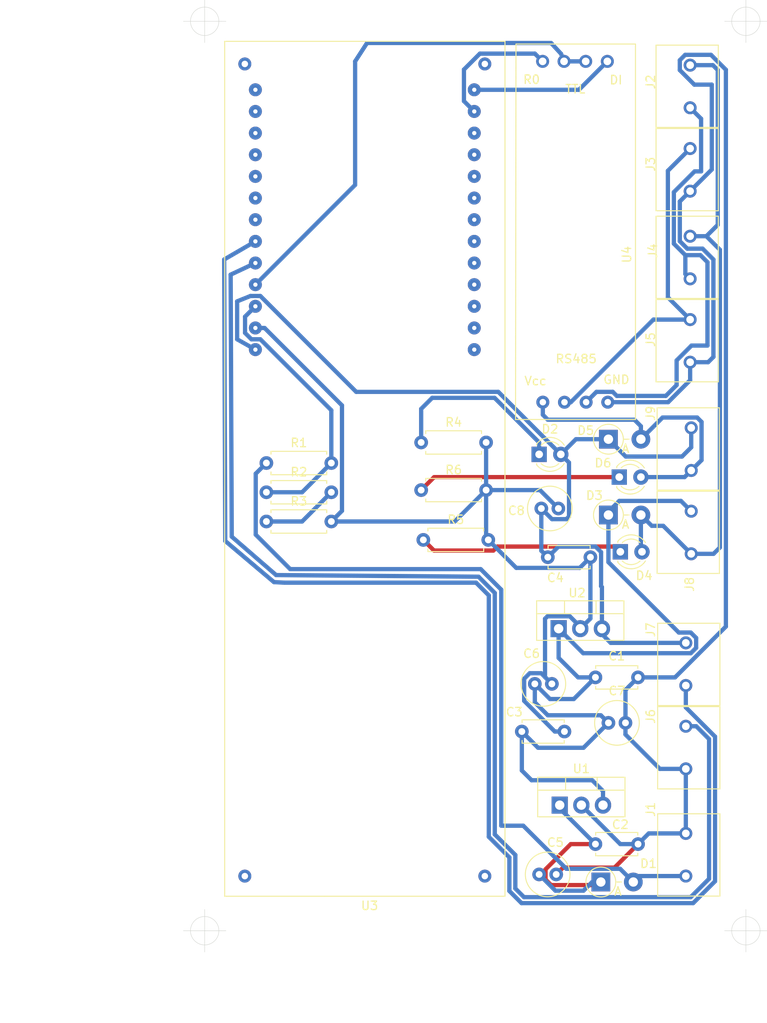
<source format=kicad_pcb>
(kicad_pcb (version 20171130) (host pcbnew "(5.1.10)-1")

  (general
    (thickness 1.6)
    (drawings 15)
    (tracks 266)
    (zones 0)
    (modules 33)
    (nets 38)
  )

  (page A4)
  (layers
    (0 F.Cu signal)
    (31 B.Cu signal)
    (32 B.Adhes user hide)
    (33 F.Adhes user hide)
    (34 B.Paste user)
    (35 F.Paste user hide)
    (36 B.SilkS user hide)
    (37 F.SilkS user)
    (38 B.Mask user hide)
    (39 F.Mask user hide)
    (40 Dwgs.User user)
    (41 Cmts.User user hide)
    (42 Eco1.User user hide)
    (43 Eco2.User user hide)
    (44 Edge.Cuts user)
    (45 Margin user hide)
    (46 B.CrtYd user hide)
    (47 F.CrtYd user)
    (48 B.Fab user hide)
    (49 F.Fab user hide)
  )

  (setup
    (last_trace_width 0.5)
    (user_trace_width 0.5)
    (trace_clearance 0.2)
    (zone_clearance 0.508)
    (zone_45_only no)
    (trace_min 0.2)
    (via_size 0.8)
    (via_drill 0.4)
    (via_min_size 0.4)
    (via_min_drill 0.3)
    (uvia_size 0.3)
    (uvia_drill 0.1)
    (uvias_allowed no)
    (uvia_min_size 0.2)
    (uvia_min_drill 0.1)
    (edge_width 0.05)
    (segment_width 0.2)
    (pcb_text_width 0.3)
    (pcb_text_size 1.5 1.5)
    (mod_edge_width 0.12)
    (mod_text_size 1 1)
    (mod_text_width 0.15)
    (pad_size 1.524 1.524)
    (pad_drill 0.762)
    (pad_to_mask_clearance 0)
    (aux_axis_origin 0 0)
    (visible_elements 7FFFFFFF)
    (pcbplotparams
      (layerselection 0x010fc_ffffffff)
      (usegerberextensions true)
      (usegerberattributes true)
      (usegerberadvancedattributes true)
      (creategerberjobfile true)
      (excludeedgelayer true)
      (linewidth 0.100000)
      (plotframeref false)
      (viasonmask false)
      (mode 1)
      (useauxorigin false)
      (hpglpennumber 1)
      (hpglpenspeed 20)
      (hpglpendiameter 15.000000)
      (psnegative false)
      (psa4output false)
      (plotreference true)
      (plotvalue false)
      (plotinvisibletext false)
      (padsonsilk false)
      (subtractmaskfromsilk false)
      (outputformat 1)
      (mirror false)
      (drillshape 0)
      (scaleselection 1)
      (outputdirectory "Gerbers/V2/"))
  )

  (net 0 "")
  (net 1 GND)
  (net 2 "Net-(C2-Pad1)")
  (net 3 "Net-(U3-Pad1)")
  (net 4 "Net-(D1-Pad2)")
  (net 5 "Net-(D2-Pad1)")
  (net 6 "Net-(U3-Pad3)")
  (net 7 /A)
  (net 8 /B)
  (net 9 "Net-(U3-Pad36)")
  (net 10 "Net-(U3-Pad39)")
  (net 11 "Net-(U3-PadRST)")
  (net 12 "Net-(U3-Pad15)")
  (net 13 "Net-(U3-Pad35)")
  (net 14 "Net-(U3-Pad32)")
  (net 15 "Net-(U3-Pad33)")
  (net 16 "Net-(U3-PadLoRa1)")
  (net 17 "Net-(U3-PadLoRa2)")
  (net 18 "Net-(U3-PadGND3)")
  (net 19 "Net-(U3-Pad3V3)")
  (net 20 "Net-(U3-PadGND2)")
  (net 21 "Net-(U3-Pad0)")
  (net 22 "Net-(U3-Pad23)")
  (net 23 "Net-(U3-Pad21)")
  (net 24 "Net-(U3-Pad3.3V)")
  (net 25 "Net-(U3-Pad13)")
  (net 26 "Net-(R1-Pad2)")
  (net 27 "Net-(U3-Pad4)")
  (net 28 "Net-(D4-Pad1)")
  (net 29 "Net-(D6-Pad1)")
  (net 30 /IN1)
  (net 31 /IN2)
  (net 32 "Net-(R2-Pad2)")
  (net 33 "Net-(U3-Pad22)")
  (net 34 /9V_f)
  (net 35 /5V_m)
  (net 36 /9V_s)
  (net 37 /5V_f)

  (net_class Default "This is the default net class."
    (clearance 0.2)
    (trace_width 0.25)
    (via_dia 0.8)
    (via_drill 0.4)
    (uvia_dia 0.3)
    (uvia_drill 0.1)
    (add_net /5V_f)
    (add_net /5V_m)
    (add_net /9V_f)
    (add_net /9V_s)
    (add_net /A)
    (add_net /B)
    (add_net /IN1)
    (add_net /IN2)
    (add_net GND)
    (add_net "Net-(C2-Pad1)")
    (add_net "Net-(D1-Pad2)")
    (add_net "Net-(D2-Pad1)")
    (add_net "Net-(D4-Pad1)")
    (add_net "Net-(D6-Pad1)")
    (add_net "Net-(R1-Pad2)")
    (add_net "Net-(R2-Pad2)")
    (add_net "Net-(U3-Pad0)")
    (add_net "Net-(U3-Pad1)")
    (add_net "Net-(U3-Pad13)")
    (add_net "Net-(U3-Pad15)")
    (add_net "Net-(U3-Pad21)")
    (add_net "Net-(U3-Pad22)")
    (add_net "Net-(U3-Pad23)")
    (add_net "Net-(U3-Pad3)")
    (add_net "Net-(U3-Pad3.3V)")
    (add_net "Net-(U3-Pad32)")
    (add_net "Net-(U3-Pad33)")
    (add_net "Net-(U3-Pad35)")
    (add_net "Net-(U3-Pad36)")
    (add_net "Net-(U3-Pad39)")
    (add_net "Net-(U3-Pad3V3)")
    (add_net "Net-(U3-Pad4)")
    (add_net "Net-(U3-PadGND2)")
    (add_net "Net-(U3-PadGND3)")
    (add_net "Net-(U3-PadLoRa1)")
    (add_net "Net-(U3-PadLoRa2)")
    (add_net "Net-(U3-PadRST)")
  )

  (module ttgo_tbeam:ttgo_tbeam (layer F.Cu) (tedit 62E83F92) (tstamp 636540B2)
    (at 131.819961 143.272821)
    (path /62E821CD)
    (fp_text reference U3 (at 0.5588 1.1176) (layer F.SilkS)
      (effects (font (size 1 1) (thickness 0.15)))
    )
    (fp_text value ttgo_tbeam (at 0.0508 2.2352) (layer F.Fab)
      (effects (font (size 1 1) (thickness 0.15)))
    )
    (fp_line (start 16.44396 0) (end -16.44396 0.00254) (layer F.SilkS) (width 0.12))
    (fp_line (start 16.44396 -100.28682) (end 16.44396 0) (layer F.SilkS) (width 0.12))
    (fp_line (start -16.44396 -100.28682) (end 16.44396 -100.28682) (layer F.SilkS) (width 0.12))
    (fp_line (start -16.44396 0.01524) (end -16.44396 -100.28682) (layer F.SilkS) (width 0.12))
    (pad "" np_thru_hole circle (at -14.08 -2.36) (size 1.524 1.524) (drill 0.762) (layers *.Cu *.Mask))
    (pad "" np_thru_hole circle (at 14.08 -2.36) (size 1.524 1.524) (drill 0.762) (layers *.Cu *.Mask))
    (pad "" np_thru_hole circle (at 14.08 -97.63) (size 1.524 1.524) (drill 0.762) (layers *.Cu *.Mask))
    (pad "" np_thru_hole circle (at -14.08 -97.63) (size 1.524 1.524) (drill 0.762) (layers *.Cu *.Mask))
    (pad 36 thru_hole circle (at -12.84 -94.6) (size 1.524 1.524) (drill 0.5) (layers *.Cu *.Mask)
      (net 9 "Net-(U3-Pad36)"))
    (pad 39 thru_hole circle (at -12.84 -92.06) (size 1.524 1.524) (drill 0.5) (layers *.Cu *.Mask)
      (net 10 "Net-(U3-Pad39)"))
    (pad RST thru_hole circle (at -12.84 -89.52) (size 1.524 1.524) (drill 0.5) (layers *.Cu *.Mask)
      (net 11 "Net-(U3-PadRST)"))
    (pad 15 thru_hole circle (at -12.84 -86.98) (size 1.524 1.524) (drill 0.5) (layers *.Cu *.Mask)
      (net 12 "Net-(U3-Pad15)"))
    (pad 35 thru_hole circle (at -12.84 -84.44) (size 1.524 1.524) (drill 0.5) (layers *.Cu *.Mask)
      (net 13 "Net-(U3-Pad35)"))
    (pad 32 thru_hole circle (at -12.84 -81.9) (size 1.524 1.524) (drill 0.5) (layers *.Cu *.Mask)
      (net 14 "Net-(U3-Pad32)"))
    (pad 33 thru_hole circle (at -12.84 -79.36) (size 1.524 1.524) (drill 0.5) (layers *.Cu *.Mask)
      (net 15 "Net-(U3-Pad33)"))
    (pad 25 thru_hole circle (at -12.84 -76.82) (size 1.524 1.524) (drill 0.5) (layers *.Cu *.Mask)
      (net 31 /IN2))
    (pad 14 thru_hole circle (at -12.84 -74.28) (size 1.524 1.524) (drill 0.5) (layers *.Cu *.Mask)
      (net 30 /IN1))
    (pad 13 thru_hole circle (at -12.84 -71.74) (size 1.524 1.524) (drill 0.5) (layers *.Cu *.Mask)
      (net 25 "Net-(U3-Pad13)"))
    (pad 2 thru_hole circle (at -12.84 -69.2) (size 1.524 1.524) (drill 0.5) (layers *.Cu *.Mask)
      (net 26 "Net-(R1-Pad2)"))
    (pad GND1 thru_hole circle (at -12.84 -66.66) (size 1.524 1.524) (drill 0.5) (layers *.Cu *.Mask)
      (net 1 GND))
    (pad 5V thru_hole circle (at -12.84 -64.12) (size 1.524 1.524) (drill 0.5) (layers *.Cu *.Mask)
      (net 37 /5V_f))
    (pad LoRa1 thru_hole circle (at 12.84 -64.12) (size 1.524 1.524) (drill 0.5) (layers *.Cu *.Mask)
      (net 16 "Net-(U3-PadLoRa1)"))
    (pad LoRa2 thru_hole circle (at 12.84 -66.66) (size 1.524 1.524) (drill 0.5) (layers *.Cu *.Mask)
      (net 17 "Net-(U3-PadLoRa2)"))
    (pad 22 thru_hole circle (at 12.84 -74.28) (size 1.524 1.524) (drill 0.5) (layers *.Cu *.Mask)
      (net 33 "Net-(U3-Pad22)"))
    (pad GND3 thru_hole circle (at 12.84 -76.82) (size 1.524 1.524) (drill 0.5) (layers *.Cu *.Mask)
      (net 18 "Net-(U3-PadGND3)"))
    (pad 3 thru_hole circle (at 12.84 -92.06) (size 1.524 1.524) (drill 0.5) (layers *.Cu *.Mask)
      (net 6 "Net-(U3-Pad3)"))
    (pad 1 thru_hole circle (at 12.84 -94.6) (size 1.524 1.524) (drill 0.5) (layers *.Cu *.Mask)
      (net 3 "Net-(U3-Pad1)"))
    (pad 3V3 thru_hole circle (at 12.84 -79.36) (size 1.524 1.524) (drill 0.5) (layers *.Cu *.Mask)
      (net 19 "Net-(U3-Pad3V3)"))
    (pad 4 thru_hole circle (at 12.84 -86.98) (size 1.524 1.524) (drill 0.5) (layers *.Cu *.Mask)
      (net 27 "Net-(U3-Pad4)"))
    (pad GND2 thru_hole circle (at 12.84 -81.9) (size 1.524 1.524) (drill 0.5) (layers *.Cu *.Mask)
      (net 20 "Net-(U3-PadGND2)"))
    (pad 0 thru_hole circle (at 12.84 -84.44) (size 1.524 1.524) (drill 0.5) (layers *.Cu *.Mask)
      (net 21 "Net-(U3-Pad0)"))
    (pad 23 thru_hole circle (at 12.84 -89.52) (size 1.524 1.524) (drill 0.5) (layers *.Cu *.Mask)
      (net 22 "Net-(U3-Pad23)"))
    (pad 21 thru_hole circle (at 12.84 -71.74) (size 1.524 1.524) (drill 0.5) (layers *.Cu *.Mask)
      (net 23 "Net-(U3-Pad21)"))
    (pad 3.3V thru_hole circle (at 12.84 -69.2) (size 1.524 1.524) (drill 0.5) (layers *.Cu *.Mask)
      (net 24 "Net-(U3-Pad3.3V)"))
  )

  (module bornera:bornera (layer F.Cu) (tedit 63652BE7) (tstamp 63653FC4)
    (at 166.116 95.758 270)
    (path /6365B5EB)
    (fp_text reference J8 (at 10.922 -3.81 90) (layer F.SilkS)
      (effects (font (size 1 1) (thickness 0.15)))
    )
    (fp_text value Conn_01x02 (at 0.06604 0.74422 90) (layer F.Fab)
      (effects (font (size 1 1) (thickness 0.15)))
    )
    (fp_line (start 0 0) (end 9.652 0) (layer F.SilkS) (width 0.12))
    (fp_line (start 9.652 0) (end 9.652 -7.30504) (layer F.SilkS) (width 0.12))
    (fp_line (start 9.652 -7.30504) (end 0 -7.30504) (layer F.SilkS) (width 0.12))
    (fp_line (start 0 -7.30504) (end 0 -0.00254) (layer F.SilkS) (width 0.12))
    (pad 2 thru_hole circle (at 7.35 -4 270) (size 1.524 1.524) (drill 0.9) (layers *.Cu *.Mask)
      (net 36 /9V_s))
    (pad 1 thru_hole circle (at 2.35 -4 270) (size 1.524 1.524) (drill 0.9) (layers *.Cu *.Mask)
      (net 34 /9V_f))
  )

  (module Capacitor_THT:C_Disc_D4.7mm_W2.5mm_P5.00mm (layer F.Cu) (tedit 5AE50EF0) (tstamp 63653E77)
    (at 158.877 117.602)
    (descr "C, Disc series, Radial, pin pitch=5.00mm, , diameter*width=4.7*2.5mm^2, Capacitor, http://www.vishay.com/docs/45233/krseries.pdf")
    (tags "C Disc series Radial pin pitch 5.00mm  diameter 4.7mm width 2.5mm Capacitor")
    (path /616F1AC0)
    (fp_text reference C1 (at 2.5 -2.5) (layer F.SilkS)
      (effects (font (size 1 1) (thickness 0.15)))
    )
    (fp_text value 0.1uF (at 2.5 2.5) (layer F.Fab)
      (effects (font (size 1 1) (thickness 0.15)))
    )
    (fp_line (start 6.05 -1.5) (end -1.05 -1.5) (layer F.CrtYd) (width 0.05))
    (fp_line (start 6.05 1.5) (end 6.05 -1.5) (layer F.CrtYd) (width 0.05))
    (fp_line (start -1.05 1.5) (end 6.05 1.5) (layer F.CrtYd) (width 0.05))
    (fp_line (start -1.05 -1.5) (end -1.05 1.5) (layer F.CrtYd) (width 0.05))
    (fp_line (start 4.97 1.055) (end 4.97 1.37) (layer F.SilkS) (width 0.12))
    (fp_line (start 4.97 -1.37) (end 4.97 -1.055) (layer F.SilkS) (width 0.12))
    (fp_line (start 0.03 1.055) (end 0.03 1.37) (layer F.SilkS) (width 0.12))
    (fp_line (start 0.03 -1.37) (end 0.03 -1.055) (layer F.SilkS) (width 0.12))
    (fp_line (start 0.03 1.37) (end 4.97 1.37) (layer F.SilkS) (width 0.12))
    (fp_line (start 0.03 -1.37) (end 4.97 -1.37) (layer F.SilkS) (width 0.12))
    (fp_line (start 4.85 -1.25) (end 0.15 -1.25) (layer F.Fab) (width 0.1))
    (fp_line (start 4.85 1.25) (end 4.85 -1.25) (layer F.Fab) (width 0.1))
    (fp_line (start 0.15 1.25) (end 4.85 1.25) (layer F.Fab) (width 0.1))
    (fp_line (start 0.15 -1.25) (end 0.15 1.25) (layer F.Fab) (width 0.1))
    (fp_text user %R (at 2.5 0) (layer F.Fab)
      (effects (font (size 0.94 0.94) (thickness 0.141)))
    )
    (pad 2 thru_hole circle (at 5 0) (size 1.6 1.6) (drill 0.8) (layers *.Cu *.Mask)
      (net 1 GND))
    (pad 1 thru_hole circle (at 0 0) (size 1.6 1.6) (drill 0.8) (layers *.Cu *.Mask)
      (net 34 /9V_f))
    (model ${KISYS3DMOD}/Capacitor_THT.3dshapes/C_Disc_D4.7mm_W2.5mm_P5.00mm.wrl
      (at (xyz 0 0 0))
      (scale (xyz 1 1 1))
      (rotate (xyz 0 0 0))
    )
  )

  (module Capacitor_THT:C_Disc_D4.7mm_W2.5mm_P5.00mm (layer F.Cu) (tedit 5AE50EF0) (tstamp 63653E8C)
    (at 158.877 137.16)
    (descr "C, Disc series, Radial, pin pitch=5.00mm, , diameter*width=4.7*2.5mm^2, Capacitor, http://www.vishay.com/docs/45233/krseries.pdf")
    (tags "C Disc series Radial pin pitch 5.00mm  diameter 4.7mm width 2.5mm Capacitor")
    (path /616F0A57)
    (fp_text reference C2 (at 2.921 -2.286) (layer F.SilkS)
      (effects (font (size 1 1) (thickness 0.15)))
    )
    (fp_text value 0.1uF (at 2.5 2.5) (layer F.Fab)
      (effects (font (size 1 1) (thickness 0.15)))
    )
    (fp_line (start 6.05 -1.5) (end -1.05 -1.5) (layer F.CrtYd) (width 0.05))
    (fp_line (start 6.05 1.5) (end 6.05 -1.5) (layer F.CrtYd) (width 0.05))
    (fp_line (start -1.05 1.5) (end 6.05 1.5) (layer F.CrtYd) (width 0.05))
    (fp_line (start -1.05 -1.5) (end -1.05 1.5) (layer F.CrtYd) (width 0.05))
    (fp_line (start 4.97 1.055) (end 4.97 1.37) (layer F.SilkS) (width 0.12))
    (fp_line (start 4.97 -1.37) (end 4.97 -1.055) (layer F.SilkS) (width 0.12))
    (fp_line (start 0.03 1.055) (end 0.03 1.37) (layer F.SilkS) (width 0.12))
    (fp_line (start 0.03 -1.37) (end 0.03 -1.055) (layer F.SilkS) (width 0.12))
    (fp_line (start 0.03 1.37) (end 4.97 1.37) (layer F.SilkS) (width 0.12))
    (fp_line (start 0.03 -1.37) (end 4.97 -1.37) (layer F.SilkS) (width 0.12))
    (fp_line (start 4.85 -1.25) (end 0.15 -1.25) (layer F.Fab) (width 0.1))
    (fp_line (start 4.85 1.25) (end 4.85 -1.25) (layer F.Fab) (width 0.1))
    (fp_line (start 0.15 1.25) (end 4.85 1.25) (layer F.Fab) (width 0.1))
    (fp_line (start 0.15 -1.25) (end 0.15 1.25) (layer F.Fab) (width 0.1))
    (fp_text user %R (at 2.5 0) (layer F.Fab)
      (effects (font (size 0.94 0.94) (thickness 0.141)))
    )
    (pad 2 thru_hole circle (at 5 0) (size 1.6 1.6) (drill 0.8) (layers *.Cu *.Mask)
      (net 1 GND))
    (pad 1 thru_hole circle (at 0 0) (size 1.6 1.6) (drill 0.8) (layers *.Cu *.Mask)
      (net 2 "Net-(C2-Pad1)"))
    (model ${KISYS3DMOD}/Capacitor_THT.3dshapes/C_Disc_D4.7mm_W2.5mm_P5.00mm.wrl
      (at (xyz 0 0 0))
      (scale (xyz 1 1 1))
      (rotate (xyz 0 0 0))
    )
  )

  (module Capacitor_THT:C_Disc_D4.7mm_W2.5mm_P5.00mm (layer F.Cu) (tedit 5AE50EF0) (tstamp 63653EA1)
    (at 150.241 123.952)
    (descr "C, Disc series, Radial, pin pitch=5.00mm, , diameter*width=4.7*2.5mm^2, Capacitor, http://www.vishay.com/docs/45233/krseries.pdf")
    (tags "C Disc series Radial pin pitch 5.00mm  diameter 4.7mm width 2.5mm Capacitor")
    (path /616F197F)
    (fp_text reference C3 (at -0.889 -2.286) (layer F.SilkS)
      (effects (font (size 1 1) (thickness 0.15)))
    )
    (fp_text value 0.1uF (at 2.5 2.5) (layer F.Fab)
      (effects (font (size 1 1) (thickness 0.15)))
    )
    (fp_line (start 0.15 -1.25) (end 0.15 1.25) (layer F.Fab) (width 0.1))
    (fp_line (start 0.15 1.25) (end 4.85 1.25) (layer F.Fab) (width 0.1))
    (fp_line (start 4.85 1.25) (end 4.85 -1.25) (layer F.Fab) (width 0.1))
    (fp_line (start 4.85 -1.25) (end 0.15 -1.25) (layer F.Fab) (width 0.1))
    (fp_line (start 0.03 -1.37) (end 4.97 -1.37) (layer F.SilkS) (width 0.12))
    (fp_line (start 0.03 1.37) (end 4.97 1.37) (layer F.SilkS) (width 0.12))
    (fp_line (start 0.03 -1.37) (end 0.03 -1.055) (layer F.SilkS) (width 0.12))
    (fp_line (start 0.03 1.055) (end 0.03 1.37) (layer F.SilkS) (width 0.12))
    (fp_line (start 4.97 -1.37) (end 4.97 -1.055) (layer F.SilkS) (width 0.12))
    (fp_line (start 4.97 1.055) (end 4.97 1.37) (layer F.SilkS) (width 0.12))
    (fp_line (start -1.05 -1.5) (end -1.05 1.5) (layer F.CrtYd) (width 0.05))
    (fp_line (start -1.05 1.5) (end 6.05 1.5) (layer F.CrtYd) (width 0.05))
    (fp_line (start 6.05 1.5) (end 6.05 -1.5) (layer F.CrtYd) (width 0.05))
    (fp_line (start 6.05 -1.5) (end -1.05 -1.5) (layer F.CrtYd) (width 0.05))
    (fp_text user %R (at 2.5 0) (layer F.Fab)
      (effects (font (size 0.94 0.94) (thickness 0.141)))
    )
    (pad 1 thru_hole circle (at 0 0) (size 1.6 1.6) (drill 0.8) (layers *.Cu *.Mask)
      (net 34 /9V_f))
    (pad 2 thru_hole circle (at 5 0) (size 1.6 1.6) (drill 0.8) (layers *.Cu *.Mask)
      (net 1 GND))
    (model ${KISYS3DMOD}/Capacitor_THT.3dshapes/C_Disc_D4.7mm_W2.5mm_P5.00mm.wrl
      (at (xyz 0 0 0))
      (scale (xyz 1 1 1))
      (rotate (xyz 0 0 0))
    )
  )

  (module Capacitor_THT:C_Disc_D4.7mm_W2.5mm_P5.00mm (layer F.Cu) (tedit 5AE50EF0) (tstamp 63653EB6)
    (at 153.289 103.505)
    (descr "C, Disc series, Radial, pin pitch=5.00mm, , diameter*width=4.7*2.5mm^2, Capacitor, http://www.vishay.com/docs/45233/krseries.pdf")
    (tags "C Disc series Radial pin pitch 5.00mm  diameter 4.7mm width 2.5mm Capacitor")
    (path /616F1AFA)
    (fp_text reference C4 (at 0.889 2.413) (layer F.SilkS)
      (effects (font (size 1 1) (thickness 0.15)))
    )
    (fp_text value 0.1uF (at 2.5 2.5) (layer F.Fab)
      (effects (font (size 1 1) (thickness 0.15)))
    )
    (fp_line (start 0.15 -1.25) (end 0.15 1.25) (layer F.Fab) (width 0.1))
    (fp_line (start 0.15 1.25) (end 4.85 1.25) (layer F.Fab) (width 0.1))
    (fp_line (start 4.85 1.25) (end 4.85 -1.25) (layer F.Fab) (width 0.1))
    (fp_line (start 4.85 -1.25) (end 0.15 -1.25) (layer F.Fab) (width 0.1))
    (fp_line (start 0.03 -1.37) (end 4.97 -1.37) (layer F.SilkS) (width 0.12))
    (fp_line (start 0.03 1.37) (end 4.97 1.37) (layer F.SilkS) (width 0.12))
    (fp_line (start 0.03 -1.37) (end 0.03 -1.055) (layer F.SilkS) (width 0.12))
    (fp_line (start 0.03 1.055) (end 0.03 1.37) (layer F.SilkS) (width 0.12))
    (fp_line (start 4.97 -1.37) (end 4.97 -1.055) (layer F.SilkS) (width 0.12))
    (fp_line (start 4.97 1.055) (end 4.97 1.37) (layer F.SilkS) (width 0.12))
    (fp_line (start -1.05 -1.5) (end -1.05 1.5) (layer F.CrtYd) (width 0.05))
    (fp_line (start -1.05 1.5) (end 6.05 1.5) (layer F.CrtYd) (width 0.05))
    (fp_line (start 6.05 1.5) (end 6.05 -1.5) (layer F.CrtYd) (width 0.05))
    (fp_line (start 6.05 -1.5) (end -1.05 -1.5) (layer F.CrtYd) (width 0.05))
    (fp_text user %R (at 2.5 0) (layer F.Fab)
      (effects (font (size 0.94 0.94) (thickness 0.141)))
    )
    (pad 1 thru_hole circle (at 0 0) (size 1.6 1.6) (drill 0.8) (layers *.Cu *.Mask)
      (net 37 /5V_f))
    (pad 2 thru_hole circle (at 5 0) (size 1.6 1.6) (drill 0.8) (layers *.Cu *.Mask)
      (net 1 GND))
    (model ${KISYS3DMOD}/Capacitor_THT.3dshapes/C_Disc_D4.7mm_W2.5mm_P5.00mm.wrl
      (at (xyz 0 0 0))
      (scale (xyz 1 1 1))
      (rotate (xyz 0 0 0))
    )
  )

  (module Capacitor_THT:C_Radial_D5.0mm_H11.0mm_P2.00mm (layer F.Cu) (tedit 5BC5C9B9) (tstamp 63653EC0)
    (at 152.273 140.716)
    (descr "C, Radial series, Radial, pin pitch=2.00mm, diameter=5mm, height=11mm, Non-Polar Electrolytic Capacitor")
    (tags "C Radial series Radial pin pitch 2.00mm diameter 5mm height 11mm Non-Polar Electrolytic Capacitor")
    (path /62E89CBB)
    (fp_text reference C5 (at 1.905 -3.75) (layer F.SilkS)
      (effects (font (size 1 1) (thickness 0.15)))
    )
    (fp_text value 0.22uF (at 1 3.75) (layer F.Fab)
      (effects (font (size 1 1) (thickness 0.15)))
    )
    (fp_circle (center 1 0) (end 3.75 0) (layer F.CrtYd) (width 0.05))
    (fp_circle (center 1 0) (end 3.62 0) (layer F.SilkS) (width 0.12))
    (fp_circle (center 1 0) (end 3.5 0) (layer F.Fab) (width 0.1))
    (fp_text user %R (at 1 0) (layer F.Fab)
      (effects (font (size 1 1) (thickness 0.15)))
    )
    (pad 2 thru_hole circle (at 2 0) (size 1.6 1.6) (drill 0.8) (layers *.Cu *.Mask)
      (net 1 GND))
    (pad 1 thru_hole circle (at 0 0) (size 1.6 1.6) (drill 0.8) (layers *.Cu *.Mask)
      (net 2 "Net-(C2-Pad1)"))
    (model ${KISYS3DMOD}/Capacitor_THT.3dshapes/C_Radial_D5.0mm_H11.0mm_P2.00mm.wrl
      (at (xyz 0 0 0))
      (scale (xyz 1 1 1))
      (rotate (xyz 0 0 0))
    )
  )

  (module Capacitor_THT:C_Radial_D5.0mm_H11.0mm_P2.00mm (layer F.Cu) (tedit 5BC5C9B9) (tstamp 63653ECA)
    (at 151.765 118.364)
    (descr "C, Radial series, Radial, pin pitch=2.00mm, diameter=5mm, height=11mm, Non-Polar Electrolytic Capacitor")
    (tags "C Radial series Radial pin pitch 2.00mm diameter 5mm height 11mm Non-Polar Electrolytic Capacitor")
    (path /62EBD6DD)
    (fp_text reference C6 (at -0.381 -3.556) (layer F.SilkS)
      (effects (font (size 1 1) (thickness 0.15)))
    )
    (fp_text value 0.22uF (at 1 3.75) (layer F.Fab)
      (effects (font (size 1 1) (thickness 0.15)))
    )
    (fp_circle (center 1 0) (end 3.75 0) (layer F.CrtYd) (width 0.05))
    (fp_circle (center 1 0) (end 3.62 0) (layer F.SilkS) (width 0.12))
    (fp_circle (center 1 0) (end 3.5 0) (layer F.Fab) (width 0.1))
    (fp_text user %R (at 1 0) (layer F.Fab)
      (effects (font (size 1 1) (thickness 0.15)))
    )
    (pad 2 thru_hole circle (at 2 0) (size 1.6 1.6) (drill 0.8) (layers *.Cu *.Mask)
      (net 1 GND))
    (pad 1 thru_hole circle (at 0 0) (size 1.6 1.6) (drill 0.8) (layers *.Cu *.Mask)
      (net 34 /9V_f))
    (model ${KISYS3DMOD}/Capacitor_THT.3dshapes/C_Radial_D5.0mm_H11.0mm_P2.00mm.wrl
      (at (xyz 0 0 0))
      (scale (xyz 1 1 1))
      (rotate (xyz 0 0 0))
    )
  )

  (module Capacitor_THT:C_Radial_D5.0mm_H11.0mm_P2.00mm (layer F.Cu) (tedit 5BC5C9B9) (tstamp 63653ED4)
    (at 160.401 122.936)
    (descr "C, Radial series, Radial, pin pitch=2.00mm, diameter=5mm, height=11mm, Non-Polar Electrolytic Capacitor")
    (tags "C Radial series Radial pin pitch 2.00mm diameter 5mm height 11mm Non-Polar Electrolytic Capacitor")
    (path /62EAA159)
    (fp_text reference C7 (at 1 -3.75) (layer F.SilkS)
      (effects (font (size 1 1) (thickness 0.15)))
    )
    (fp_text value 10uF (at 1 3.75) (layer F.Fab)
      (effects (font (size 1 1) (thickness 0.15)))
    )
    (fp_circle (center 1 0) (end 3.5 0) (layer F.Fab) (width 0.1))
    (fp_circle (center 1 0) (end 3.62 0) (layer F.SilkS) (width 0.12))
    (fp_circle (center 1 0) (end 3.75 0) (layer F.CrtYd) (width 0.05))
    (fp_text user %R (at 1 0) (layer F.Fab)
      (effects (font (size 1 1) (thickness 0.15)))
    )
    (pad 1 thru_hole circle (at 0 0) (size 1.6 1.6) (drill 0.8) (layers *.Cu *.Mask)
      (net 34 /9V_f))
    (pad 2 thru_hole circle (at 2 0) (size 1.6 1.6) (drill 0.8) (layers *.Cu *.Mask)
      (net 1 GND))
    (model ${KISYS3DMOD}/Capacitor_THT.3dshapes/C_Radial_D5.0mm_H11.0mm_P2.00mm.wrl
      (at (xyz 0 0 0))
      (scale (xyz 1 1 1))
      (rotate (xyz 0 0 0))
    )
  )

  (module Capacitor_THT:C_Radial_D5.0mm_H11.0mm_P2.00mm (layer F.Cu) (tedit 5BC5C9B9) (tstamp 636558BF)
    (at 152.527 97.79)
    (descr "C, Radial series, Radial, pin pitch=2.00mm, diameter=5mm, height=11mm, Non-Polar Electrolytic Capacitor")
    (tags "C Radial series Radial pin pitch 2.00mm diameter 5mm height 11mm Non-Polar Electrolytic Capacitor")
    (path /62EBDEB3)
    (fp_text reference C8 (at -2.921 0.254) (layer F.SilkS)
      (effects (font (size 1 1) (thickness 0.15)))
    )
    (fp_text value 10uF (at 1 3.75) (layer F.Fab)
      (effects (font (size 1 1) (thickness 0.15)))
    )
    (fp_circle (center 1 0) (end 3.5 0) (layer F.Fab) (width 0.1))
    (fp_circle (center 1 0) (end 3.62 0) (layer F.SilkS) (width 0.12))
    (fp_circle (center 1 0) (end 3.75 0) (layer F.CrtYd) (width 0.05))
    (fp_text user %R (at 1 0) (layer F.Fab)
      (effects (font (size 1 1) (thickness 0.15)))
    )
    (pad 1 thru_hole circle (at 0 0) (size 1.6 1.6) (drill 0.8) (layers *.Cu *.Mask)
      (net 37 /5V_f))
    (pad 2 thru_hole circle (at 2 0) (size 1.6 1.6) (drill 0.8) (layers *.Cu *.Mask)
      (net 1 GND))
    (model ${KISYS3DMOD}/Capacitor_THT.3dshapes/C_Radial_D5.0mm_H11.0mm_P2.00mm.wrl
      (at (xyz 0 0 0))
      (scale (xyz 1 1 1))
      (rotate (xyz 0 0 0))
    )
  )

  (module LED_THT:LED_D3.0mm (layer F.Cu) (tedit 587A3A7B) (tstamp 63653F10)
    (at 152.273 91.44)
    (descr "LED, diameter 3.0mm, 2 pins")
    (tags "LED diameter 3.0mm 2 pins")
    (path /6367A0A8)
    (fp_text reference D2 (at 1.27 -2.96) (layer F.SilkS)
      (effects (font (size 1 1) (thickness 0.15)))
    )
    (fp_text value LED (at 1.27 2.96) (layer F.Fab)
      (effects (font (size 1 1) (thickness 0.15)))
    )
    (fp_line (start 3.7 -2.25) (end -1.15 -2.25) (layer F.CrtYd) (width 0.05))
    (fp_line (start 3.7 2.25) (end 3.7 -2.25) (layer F.CrtYd) (width 0.05))
    (fp_line (start -1.15 2.25) (end 3.7 2.25) (layer F.CrtYd) (width 0.05))
    (fp_line (start -1.15 -2.25) (end -1.15 2.25) (layer F.CrtYd) (width 0.05))
    (fp_line (start -0.29 1.08) (end -0.29 1.236) (layer F.SilkS) (width 0.12))
    (fp_line (start -0.29 -1.236) (end -0.29 -1.08) (layer F.SilkS) (width 0.12))
    (fp_line (start -0.23 -1.16619) (end -0.23 1.16619) (layer F.Fab) (width 0.1))
    (fp_circle (center 1.27 0) (end 2.77 0) (layer F.Fab) (width 0.1))
    (fp_arc (start 1.27 0) (end 0.229039 1.08) (angle -87.9) (layer F.SilkS) (width 0.12))
    (fp_arc (start 1.27 0) (end 0.229039 -1.08) (angle 87.9) (layer F.SilkS) (width 0.12))
    (fp_arc (start 1.27 0) (end -0.29 1.235516) (angle -108.8) (layer F.SilkS) (width 0.12))
    (fp_arc (start 1.27 0) (end -0.29 -1.235516) (angle 108.8) (layer F.SilkS) (width 0.12))
    (fp_arc (start 1.27 0) (end -0.23 -1.16619) (angle 284.3) (layer F.Fab) (width 0.1))
    (pad 2 thru_hole circle (at 2.54 0) (size 1.8 1.8) (drill 0.9) (layers *.Cu *.Mask)
      (net 37 /5V_f))
    (pad 1 thru_hole rect (at 0 0) (size 1.8 1.8) (drill 0.9) (layers *.Cu *.Mask)
      (net 5 "Net-(D2-Pad1)"))
    (model ${KISYS3DMOD}/LED_THT.3dshapes/LED_D3.0mm.wrl
      (at (xyz 0 0 0))
      (scale (xyz 1 1 1))
      (rotate (xyz 0 0 0))
    )
  )

  (module LED_THT:LED_D3.0mm (layer F.Cu) (tedit 587A3A7B) (tstamp 63653F42)
    (at 161.798 102.87)
    (descr "LED, diameter 3.0mm, 2 pins")
    (tags "LED diameter 3.0mm 2 pins")
    (path /636797A2)
    (fp_text reference D4 (at 2.794 2.794) (layer F.SilkS)
      (effects (font (size 1 1) (thickness 0.15)))
    )
    (fp_text value LED (at 1.27 2.96) (layer F.Fab)
      (effects (font (size 1 1) (thickness 0.15)))
    )
    (fp_circle (center 1.27 0) (end 2.77 0) (layer F.Fab) (width 0.1))
    (fp_line (start -0.23 -1.16619) (end -0.23 1.16619) (layer F.Fab) (width 0.1))
    (fp_line (start -0.29 -1.236) (end -0.29 -1.08) (layer F.SilkS) (width 0.12))
    (fp_line (start -0.29 1.08) (end -0.29 1.236) (layer F.SilkS) (width 0.12))
    (fp_line (start -1.15 -2.25) (end -1.15 2.25) (layer F.CrtYd) (width 0.05))
    (fp_line (start -1.15 2.25) (end 3.7 2.25) (layer F.CrtYd) (width 0.05))
    (fp_line (start 3.7 2.25) (end 3.7 -2.25) (layer F.CrtYd) (width 0.05))
    (fp_line (start 3.7 -2.25) (end -1.15 -2.25) (layer F.CrtYd) (width 0.05))
    (fp_arc (start 1.27 0) (end -0.23 -1.16619) (angle 284.3) (layer F.Fab) (width 0.1))
    (fp_arc (start 1.27 0) (end -0.29 -1.235516) (angle 108.8) (layer F.SilkS) (width 0.12))
    (fp_arc (start 1.27 0) (end -0.29 1.235516) (angle -108.8) (layer F.SilkS) (width 0.12))
    (fp_arc (start 1.27 0) (end 0.229039 -1.08) (angle 87.9) (layer F.SilkS) (width 0.12))
    (fp_arc (start 1.27 0) (end 0.229039 1.08) (angle -87.9) (layer F.SilkS) (width 0.12))
    (pad 1 thru_hole rect (at 0 0) (size 1.8 1.8) (drill 0.9) (layers *.Cu *.Mask)
      (net 28 "Net-(D4-Pad1)"))
    (pad 2 thru_hole circle (at 2.54 0) (size 1.8 1.8) (drill 0.9) (layers *.Cu *.Mask)
      (net 36 /9V_s))
    (model ${KISYS3DMOD}/LED_THT.3dshapes/LED_D3.0mm.wrl
      (at (xyz 0 0 0))
      (scale (xyz 1 1 1))
      (rotate (xyz 0 0 0))
    )
  )

  (module LED_THT:LED_D3.0mm (layer F.Cu) (tedit 587A3A7B) (tstamp 63653F74)
    (at 161.671 94.107)
    (descr "LED, diameter 3.0mm, 2 pins")
    (tags "LED diameter 3.0mm 2 pins")
    (path /6367A448)
    (fp_text reference D6 (at -1.905 -1.651) (layer F.SilkS)
      (effects (font (size 1 1) (thickness 0.15)))
    )
    (fp_text value LED (at 1.27 2.96) (layer F.Fab)
      (effects (font (size 1 1) (thickness 0.15)))
    )
    (fp_circle (center 1.27 0) (end 2.77 0) (layer F.Fab) (width 0.1))
    (fp_line (start -0.23 -1.16619) (end -0.23 1.16619) (layer F.Fab) (width 0.1))
    (fp_line (start -0.29 -1.236) (end -0.29 -1.08) (layer F.SilkS) (width 0.12))
    (fp_line (start -0.29 1.08) (end -0.29 1.236) (layer F.SilkS) (width 0.12))
    (fp_line (start -1.15 -2.25) (end -1.15 2.25) (layer F.CrtYd) (width 0.05))
    (fp_line (start -1.15 2.25) (end 3.7 2.25) (layer F.CrtYd) (width 0.05))
    (fp_line (start 3.7 2.25) (end 3.7 -2.25) (layer F.CrtYd) (width 0.05))
    (fp_line (start 3.7 -2.25) (end -1.15 -2.25) (layer F.CrtYd) (width 0.05))
    (fp_arc (start 1.27 0) (end -0.23 -1.16619) (angle 284.3) (layer F.Fab) (width 0.1))
    (fp_arc (start 1.27 0) (end -0.29 -1.235516) (angle 108.8) (layer F.SilkS) (width 0.12))
    (fp_arc (start 1.27 0) (end -0.29 1.235516) (angle -108.8) (layer F.SilkS) (width 0.12))
    (fp_arc (start 1.27 0) (end 0.229039 -1.08) (angle 87.9) (layer F.SilkS) (width 0.12))
    (fp_arc (start 1.27 0) (end 0.229039 1.08) (angle -87.9) (layer F.SilkS) (width 0.12))
    (pad 1 thru_hole rect (at 0 0) (size 1.8 1.8) (drill 0.9) (layers *.Cu *.Mask)
      (net 29 "Net-(D6-Pad1)"))
    (pad 2 thru_hole circle (at 2.54 0) (size 1.8 1.8) (drill 0.9) (layers *.Cu *.Mask)
      (net 35 /5V_m))
    (model ${KISYS3DMOD}/LED_THT.3dshapes/LED_D3.0mm.wrl
      (at (xyz 0 0 0))
      (scale (xyz 1 1 1))
      (rotate (xyz 0 0 0))
    )
  )

  (module bornera:bornera (layer F.Cu) (tedit 63652BE7) (tstamp 63654C21)
    (at 173.482 143.256 90)
    (path /616EF701)
    (fp_text reference J1 (at 10.16 -8.128 90) (layer F.SilkS)
      (effects (font (size 1 1) (thickness 0.15)))
    )
    (fp_text value Conn_01x02 (at 0.06604 0.74422 90) (layer F.Fab)
      (effects (font (size 1 1) (thickness 0.15)))
    )
    (fp_line (start 0 -7.30504) (end 0 -0.00254) (layer F.SilkS) (width 0.12))
    (fp_line (start 9.652 -7.30504) (end 0 -7.30504) (layer F.SilkS) (width 0.12))
    (fp_line (start 9.652 0) (end 9.652 -7.30504) (layer F.SilkS) (width 0.12))
    (fp_line (start 0 0) (end 9.652 0) (layer F.SilkS) (width 0.12))
    (pad 1 thru_hole circle (at 2.35 -4 90) (size 1.524 1.524) (drill 0.9) (layers *.Cu *.Mask)
      (net 4 "Net-(D1-Pad2)"))
    (pad 2 thru_hole circle (at 7.35 -4 90) (size 1.524 1.524) (drill 0.9) (layers *.Cu *.Mask)
      (net 1 GND))
  )

  (module bornera:bornera (layer F.Cu) (tedit 63652BE7) (tstamp 636549A6)
    (at 165.989 43.434 270)
    (path /62F0642C)
    (fp_text reference J2 (at 4.318 0.635 90) (layer F.SilkS)
      (effects (font (size 1 1) (thickness 0.15)))
    )
    (fp_text value Conn_01x02 (at 0.06604 0.74422 90) (layer F.Fab)
      (effects (font (size 1 1) (thickness 0.15)))
    )
    (fp_line (start 0 0) (end 9.652 0) (layer F.SilkS) (width 0.12))
    (fp_line (start 9.652 0) (end 9.652 -7.30504) (layer F.SilkS) (width 0.12))
    (fp_line (start 9.652 -7.30504) (end 0 -7.30504) (layer F.SilkS) (width 0.12))
    (fp_line (start 0 -7.30504) (end 0 -0.00254) (layer F.SilkS) (width 0.12))
    (pad 2 thru_hole circle (at 7.35 -4 270) (size 1.524 1.524) (drill 0.9) (layers *.Cu *.Mask)
      (net 7 /A))
    (pad 1 thru_hole circle (at 2.35 -4 270) (size 1.524 1.524) (drill 0.9) (layers *.Cu *.Mask)
      (net 36 /9V_s))
  )

  (module bornera:bornera (layer F.Cu) (tedit 63652BE7) (tstamp 636549C1)
    (at 165.989 53.213 270)
    (path /62F069C6)
    (fp_text reference J3 (at 4.191 0.635 90) (layer F.SilkS)
      (effects (font (size 1 1) (thickness 0.15)))
    )
    (fp_text value Conn_01x02 (at 0.06604 0.74422 90) (layer F.Fab)
      (effects (font (size 1 1) (thickness 0.15)))
    )
    (fp_line (start 0 -7.30504) (end 0 -0.00254) (layer F.SilkS) (width 0.12))
    (fp_line (start 9.652 -7.30504) (end 0 -7.30504) (layer F.SilkS) (width 0.12))
    (fp_line (start 9.652 0) (end 9.652 -7.30504) (layer F.SilkS) (width 0.12))
    (fp_line (start 0 0) (end 9.652 0) (layer F.SilkS) (width 0.12))
    (pad 1 thru_hole circle (at 2.35 -4 270) (size 1.524 1.524) (drill 0.9) (layers *.Cu *.Mask)
      (net 8 /B))
    (pad 2 thru_hole circle (at 7.35 -4 270) (size 1.524 1.524) (drill 0.9) (layers *.Cu *.Mask)
      (net 1 GND))
  )

  (module bornera:bornera (layer F.Cu) (tedit 63652BE7) (tstamp 636549F7)
    (at 165.989 63.5 270)
    (path /62F06C66)
    (fp_text reference J4 (at 4.064 0.381 90) (layer F.SilkS)
      (effects (font (size 1 1) (thickness 0.15)))
    )
    (fp_text value Conn_01x02 (at 0.06604 0.74422 90) (layer F.Fab)
      (effects (font (size 1 1) (thickness 0.15)))
    )
    (fp_line (start 0 0) (end 9.652 0) (layer F.SilkS) (width 0.12))
    (fp_line (start 9.652 0) (end 9.652 -7.30504) (layer F.SilkS) (width 0.12))
    (fp_line (start 9.652 -7.30504) (end 0 -7.30504) (layer F.SilkS) (width 0.12))
    (fp_line (start 0 -7.30504) (end 0 -0.00254) (layer F.SilkS) (width 0.12))
    (pad 2 thru_hole circle (at 7.35 -4 270) (size 1.524 1.524) (drill 0.9) (layers *.Cu *.Mask)
      (net 7 /A))
    (pad 1 thru_hole circle (at 2.35 -4 270) (size 1.524 1.524) (drill 0.9) (layers *.Cu *.Mask)
      (net 36 /9V_s))
  )

  (module bornera:bornera (layer F.Cu) (tedit 63652BE7) (tstamp 636549DC)
    (at 165.989 73.279 270)
    (path /62F071C7)
    (fp_text reference J5 (at 4.699 0.635 90) (layer F.SilkS)
      (effects (font (size 1 1) (thickness 0.15)))
    )
    (fp_text value Conn_01x02 (at 0.06604 0.74422 90) (layer F.Fab)
      (effects (font (size 1 1) (thickness 0.15)))
    )
    (fp_line (start 0 -7.30504) (end 0 -0.00254) (layer F.SilkS) (width 0.12))
    (fp_line (start 9.652 -7.30504) (end 0 -7.30504) (layer F.SilkS) (width 0.12))
    (fp_line (start 9.652 0) (end 9.652 -7.30504) (layer F.SilkS) (width 0.12))
    (fp_line (start 0 0) (end 9.652 0) (layer F.SilkS) (width 0.12))
    (pad 1 thru_hole circle (at 2.35 -4 270) (size 1.524 1.524) (drill 0.9) (layers *.Cu *.Mask)
      (net 8 /B))
    (pad 2 thru_hole circle (at 7.35 -4 270) (size 1.524 1.524) (drill 0.9) (layers *.Cu *.Mask)
      (net 1 GND))
  )

  (module bornera:bornera (layer F.Cu) (tedit 63652BE7) (tstamp 63653FB0)
    (at 173.482 130.683 90)
    (path /6365D31F)
    (fp_text reference J6 (at 8.509 -8.128 90) (layer F.SilkS)
      (effects (font (size 1 1) (thickness 0.15)))
    )
    (fp_text value Conn_01x02 (at 0.06604 0.74422 90) (layer F.Fab)
      (effects (font (size 1 1) (thickness 0.15)))
    )
    (fp_line (start 0 0) (end 9.652 0) (layer F.SilkS) (width 0.12))
    (fp_line (start 9.652 0) (end 9.652 -7.30504) (layer F.SilkS) (width 0.12))
    (fp_line (start 9.652 -7.30504) (end 0 -7.30504) (layer F.SilkS) (width 0.12))
    (fp_line (start 0 -7.30504) (end 0 -0.00254) (layer F.SilkS) (width 0.12))
    (pad 2 thru_hole circle (at 7.35 -4 90) (size 1.524 1.524) (drill 0.9) (layers *.Cu *.Mask)
      (net 30 /IN1))
    (pad 1 thru_hole circle (at 2.35 -4 90) (size 1.524 1.524) (drill 0.9) (layers *.Cu *.Mask)
      (net 1 GND))
  )

  (module bornera:bornera (layer F.Cu) (tedit 63652BE7) (tstamp 63653FBA)
    (at 173.482 120.904 90)
    (path /6365D325)
    (fp_text reference J7 (at 8.89 -8.128 90) (layer F.SilkS)
      (effects (font (size 1 1) (thickness 0.15)))
    )
    (fp_text value Conn_01x02 (at 0.06604 0.74422 90) (layer F.Fab)
      (effects (font (size 1 1) (thickness 0.15)))
    )
    (fp_line (start 0 -7.30504) (end 0 -0.00254) (layer F.SilkS) (width 0.12))
    (fp_line (start 9.652 -7.30504) (end 0 -7.30504) (layer F.SilkS) (width 0.12))
    (fp_line (start 9.652 0) (end 9.652 -7.30504) (layer F.SilkS) (width 0.12))
    (fp_line (start 0 0) (end 9.652 0) (layer F.SilkS) (width 0.12))
    (pad 1 thru_hole circle (at 2.35 -4 90) (size 1.524 1.524) (drill 0.9) (layers *.Cu *.Mask)
      (net 31 /IN2))
    (pad 2 thru_hole circle (at 7.35 -4 90) (size 1.524 1.524) (drill 0.9) (layers *.Cu *.Mask)
      (net 37 /5V_f))
  )

  (module bornera:bornera (layer F.Cu) (tedit 63652BE7) (tstamp 63653FCE)
    (at 166.116 85.979 270)
    (path /6365B5F1)
    (fp_text reference J9 (at 0.635 0.762 90) (layer F.SilkS)
      (effects (font (size 1 1) (thickness 0.15)))
    )
    (fp_text value Conn_01x02 (at 0.06604 0.74422 90) (layer F.Fab)
      (effects (font (size 1 1) (thickness 0.15)))
    )
    (fp_line (start 0 -7.30504) (end 0 -0.00254) (layer F.SilkS) (width 0.12))
    (fp_line (start 9.652 -7.30504) (end 0 -7.30504) (layer F.SilkS) (width 0.12))
    (fp_line (start 9.652 0) (end 9.652 -7.30504) (layer F.SilkS) (width 0.12))
    (fp_line (start 0 0) (end 9.652 0) (layer F.SilkS) (width 0.12))
    (pad 1 thru_hole circle (at 2.35 -4 270) (size 1.524 1.524) (drill 0.9) (layers *.Cu *.Mask)
      (net 37 /5V_f))
    (pad 2 thru_hole circle (at 7.35 -4 270) (size 1.524 1.524) (drill 0.9) (layers *.Cu *.Mask)
      (net 35 /5V_m))
  )

  (module Resistor_THT:R_Axial_DIN0207_L6.3mm_D2.5mm_P7.62mm_Horizontal (layer F.Cu) (tedit 5AE5139B) (tstamp 63653FE5)
    (at 120.269 92.456)
    (descr "Resistor, Axial_DIN0207 series, Axial, Horizontal, pin pitch=7.62mm, 0.25W = 1/4W, length*diameter=6.3*2.5mm^2, http://cdn-reichelt.de/documents/datenblatt/B400/1_4W%23YAG.pdf")
    (tags "Resistor Axial_DIN0207 series Axial Horizontal pin pitch 7.62mm 0.25W = 1/4W length 6.3mm diameter 2.5mm")
    (path /63765878)
    (fp_text reference R1 (at 3.81 -2.37) (layer F.SilkS)
      (effects (font (size 1 1) (thickness 0.15)))
    )
    (fp_text value 10K (at 3.81 2.37) (layer F.Fab)
      (effects (font (size 1 1) (thickness 0.15)))
    )
    (fp_line (start 0.66 -1.25) (end 0.66 1.25) (layer F.Fab) (width 0.1))
    (fp_line (start 0.66 1.25) (end 6.96 1.25) (layer F.Fab) (width 0.1))
    (fp_line (start 6.96 1.25) (end 6.96 -1.25) (layer F.Fab) (width 0.1))
    (fp_line (start 6.96 -1.25) (end 0.66 -1.25) (layer F.Fab) (width 0.1))
    (fp_line (start 0 0) (end 0.66 0) (layer F.Fab) (width 0.1))
    (fp_line (start 7.62 0) (end 6.96 0) (layer F.Fab) (width 0.1))
    (fp_line (start 0.54 -1.04) (end 0.54 -1.37) (layer F.SilkS) (width 0.12))
    (fp_line (start 0.54 -1.37) (end 7.08 -1.37) (layer F.SilkS) (width 0.12))
    (fp_line (start 7.08 -1.37) (end 7.08 -1.04) (layer F.SilkS) (width 0.12))
    (fp_line (start 0.54 1.04) (end 0.54 1.37) (layer F.SilkS) (width 0.12))
    (fp_line (start 0.54 1.37) (end 7.08 1.37) (layer F.SilkS) (width 0.12))
    (fp_line (start 7.08 1.37) (end 7.08 1.04) (layer F.SilkS) (width 0.12))
    (fp_line (start -1.05 -1.5) (end -1.05 1.5) (layer F.CrtYd) (width 0.05))
    (fp_line (start -1.05 1.5) (end 8.67 1.5) (layer F.CrtYd) (width 0.05))
    (fp_line (start 8.67 1.5) (end 8.67 -1.5) (layer F.CrtYd) (width 0.05))
    (fp_line (start 8.67 -1.5) (end -1.05 -1.5) (layer F.CrtYd) (width 0.05))
    (fp_text user %R (at 3.81 0) (layer F.Fab)
      (effects (font (size 1 1) (thickness 0.15)))
    )
    (pad 1 thru_hole circle (at 0 0) (size 1.6 1.6) (drill 0.8) (layers *.Cu *.Mask)
      (net 4 "Net-(D1-Pad2)"))
    (pad 2 thru_hole oval (at 7.62 0) (size 1.6 1.6) (drill 0.8) (layers *.Cu *.Mask)
      (net 26 "Net-(R1-Pad2)"))
    (model ${KISYS3DMOD}/Resistor_THT.3dshapes/R_Axial_DIN0207_L6.3mm_D2.5mm_P7.62mm_Horizontal.wrl
      (at (xyz 0 0 0))
      (scale (xyz 1 1 1))
      (rotate (xyz 0 0 0))
    )
  )

  (module Resistor_THT:R_Axial_DIN0207_L6.3mm_D2.5mm_P7.62mm_Horizontal (layer F.Cu) (tedit 5AE5139B) (tstamp 63653FFC)
    (at 120.269 95.885)
    (descr "Resistor, Axial_DIN0207 series, Axial, Horizontal, pin pitch=7.62mm, 0.25W = 1/4W, length*diameter=6.3*2.5mm^2, http://cdn-reichelt.de/documents/datenblatt/B400/1_4W%23YAG.pdf")
    (tags "Resistor Axial_DIN0207 series Axial Horizontal pin pitch 7.62mm 0.25W = 1/4W length 6.3mm diameter 2.5mm")
    (path /63765B43)
    (fp_text reference R2 (at 3.81 -2.37) (layer F.SilkS)
      (effects (font (size 1 1) (thickness 0.15)))
    )
    (fp_text value 2K (at 3.81 2.37) (layer F.Fab)
      (effects (font (size 1 1) (thickness 0.15)))
    )
    (fp_line (start 8.67 -1.5) (end -1.05 -1.5) (layer F.CrtYd) (width 0.05))
    (fp_line (start 8.67 1.5) (end 8.67 -1.5) (layer F.CrtYd) (width 0.05))
    (fp_line (start -1.05 1.5) (end 8.67 1.5) (layer F.CrtYd) (width 0.05))
    (fp_line (start -1.05 -1.5) (end -1.05 1.5) (layer F.CrtYd) (width 0.05))
    (fp_line (start 7.08 1.37) (end 7.08 1.04) (layer F.SilkS) (width 0.12))
    (fp_line (start 0.54 1.37) (end 7.08 1.37) (layer F.SilkS) (width 0.12))
    (fp_line (start 0.54 1.04) (end 0.54 1.37) (layer F.SilkS) (width 0.12))
    (fp_line (start 7.08 -1.37) (end 7.08 -1.04) (layer F.SilkS) (width 0.12))
    (fp_line (start 0.54 -1.37) (end 7.08 -1.37) (layer F.SilkS) (width 0.12))
    (fp_line (start 0.54 -1.04) (end 0.54 -1.37) (layer F.SilkS) (width 0.12))
    (fp_line (start 7.62 0) (end 6.96 0) (layer F.Fab) (width 0.1))
    (fp_line (start 0 0) (end 0.66 0) (layer F.Fab) (width 0.1))
    (fp_line (start 6.96 -1.25) (end 0.66 -1.25) (layer F.Fab) (width 0.1))
    (fp_line (start 6.96 1.25) (end 6.96 -1.25) (layer F.Fab) (width 0.1))
    (fp_line (start 0.66 1.25) (end 6.96 1.25) (layer F.Fab) (width 0.1))
    (fp_line (start 0.66 -1.25) (end 0.66 1.25) (layer F.Fab) (width 0.1))
    (fp_text user %R (at 3.81 0) (layer F.Fab)
      (effects (font (size 1 1) (thickness 0.15)))
    )
    (pad 2 thru_hole oval (at 7.62 0) (size 1.6 1.6) (drill 0.8) (layers *.Cu *.Mask)
      (net 32 "Net-(R2-Pad2)"))
    (pad 1 thru_hole circle (at 0 0) (size 1.6 1.6) (drill 0.8) (layers *.Cu *.Mask)
      (net 26 "Net-(R1-Pad2)"))
    (model ${KISYS3DMOD}/Resistor_THT.3dshapes/R_Axial_DIN0207_L6.3mm_D2.5mm_P7.62mm_Horizontal.wrl
      (at (xyz 0 0 0))
      (scale (xyz 1 1 1))
      (rotate (xyz 0 0 0))
    )
  )

  (module Resistor_THT:R_Axial_DIN0207_L6.3mm_D2.5mm_P7.62mm_Horizontal (layer F.Cu) (tedit 5AE5139B) (tstamp 63654013)
    (at 120.269 99.314)
    (descr "Resistor, Axial_DIN0207 series, Axial, Horizontal, pin pitch=7.62mm, 0.25W = 1/4W, length*diameter=6.3*2.5mm^2, http://cdn-reichelt.de/documents/datenblatt/B400/1_4W%23YAG.pdf")
    (tags "Resistor Axial_DIN0207 series Axial Horizontal pin pitch 7.62mm 0.25W = 1/4W length 6.3mm diameter 2.5mm")
    (path /63765CDF)
    (fp_text reference R3 (at 3.81 -2.37) (layer F.SilkS)
      (effects (font (size 1 1) (thickness 0.15)))
    )
    (fp_text value 1K (at 3.81 2.37) (layer F.Fab)
      (effects (font (size 1 1) (thickness 0.15)))
    )
    (fp_line (start 0.66 -1.25) (end 0.66 1.25) (layer F.Fab) (width 0.1))
    (fp_line (start 0.66 1.25) (end 6.96 1.25) (layer F.Fab) (width 0.1))
    (fp_line (start 6.96 1.25) (end 6.96 -1.25) (layer F.Fab) (width 0.1))
    (fp_line (start 6.96 -1.25) (end 0.66 -1.25) (layer F.Fab) (width 0.1))
    (fp_line (start 0 0) (end 0.66 0) (layer F.Fab) (width 0.1))
    (fp_line (start 7.62 0) (end 6.96 0) (layer F.Fab) (width 0.1))
    (fp_line (start 0.54 -1.04) (end 0.54 -1.37) (layer F.SilkS) (width 0.12))
    (fp_line (start 0.54 -1.37) (end 7.08 -1.37) (layer F.SilkS) (width 0.12))
    (fp_line (start 7.08 -1.37) (end 7.08 -1.04) (layer F.SilkS) (width 0.12))
    (fp_line (start 0.54 1.04) (end 0.54 1.37) (layer F.SilkS) (width 0.12))
    (fp_line (start 0.54 1.37) (end 7.08 1.37) (layer F.SilkS) (width 0.12))
    (fp_line (start 7.08 1.37) (end 7.08 1.04) (layer F.SilkS) (width 0.12))
    (fp_line (start -1.05 -1.5) (end -1.05 1.5) (layer F.CrtYd) (width 0.05))
    (fp_line (start -1.05 1.5) (end 8.67 1.5) (layer F.CrtYd) (width 0.05))
    (fp_line (start 8.67 1.5) (end 8.67 -1.5) (layer F.CrtYd) (width 0.05))
    (fp_line (start 8.67 -1.5) (end -1.05 -1.5) (layer F.CrtYd) (width 0.05))
    (fp_text user %R (at 3.81 0) (layer F.Fab)
      (effects (font (size 1 1) (thickness 0.15)))
    )
    (pad 1 thru_hole circle (at 0 0) (size 1.6 1.6) (drill 0.8) (layers *.Cu *.Mask)
      (net 32 "Net-(R2-Pad2)"))
    (pad 2 thru_hole oval (at 7.62 0) (size 1.6 1.6) (drill 0.8) (layers *.Cu *.Mask)
      (net 1 GND))
    (model ${KISYS3DMOD}/Resistor_THT.3dshapes/R_Axial_DIN0207_L6.3mm_D2.5mm_P7.62mm_Horizontal.wrl
      (at (xyz 0 0 0))
      (scale (xyz 1 1 1))
      (rotate (xyz 0 0 0))
    )
  )

  (module Resistor_THT:R_Axial_DIN0207_L6.3mm_D2.5mm_P7.62mm_Horizontal (layer F.Cu) (tedit 5AE5139B) (tstamp 6365402A)
    (at 138.43 90.043)
    (descr "Resistor, Axial_DIN0207 series, Axial, Horizontal, pin pitch=7.62mm, 0.25W = 1/4W, length*diameter=6.3*2.5mm^2, http://cdn-reichelt.de/documents/datenblatt/B400/1_4W%23YAG.pdf")
    (tags "Resistor Axial_DIN0207 series Axial Horizontal pin pitch 7.62mm 0.25W = 1/4W length 6.3mm diameter 2.5mm")
    (path /636F246F)
    (fp_text reference R4 (at 3.81 -2.37) (layer F.SilkS)
      (effects (font (size 1 1) (thickness 0.15)))
    )
    (fp_text value 330 (at 3.81 2.37) (layer F.Fab)
      (effects (font (size 1 1) (thickness 0.15)))
    )
    (fp_line (start 8.67 -1.5) (end -1.05 -1.5) (layer F.CrtYd) (width 0.05))
    (fp_line (start 8.67 1.5) (end 8.67 -1.5) (layer F.CrtYd) (width 0.05))
    (fp_line (start -1.05 1.5) (end 8.67 1.5) (layer F.CrtYd) (width 0.05))
    (fp_line (start -1.05 -1.5) (end -1.05 1.5) (layer F.CrtYd) (width 0.05))
    (fp_line (start 7.08 1.37) (end 7.08 1.04) (layer F.SilkS) (width 0.12))
    (fp_line (start 0.54 1.37) (end 7.08 1.37) (layer F.SilkS) (width 0.12))
    (fp_line (start 0.54 1.04) (end 0.54 1.37) (layer F.SilkS) (width 0.12))
    (fp_line (start 7.08 -1.37) (end 7.08 -1.04) (layer F.SilkS) (width 0.12))
    (fp_line (start 0.54 -1.37) (end 7.08 -1.37) (layer F.SilkS) (width 0.12))
    (fp_line (start 0.54 -1.04) (end 0.54 -1.37) (layer F.SilkS) (width 0.12))
    (fp_line (start 7.62 0) (end 6.96 0) (layer F.Fab) (width 0.1))
    (fp_line (start 0 0) (end 0.66 0) (layer F.Fab) (width 0.1))
    (fp_line (start 6.96 -1.25) (end 0.66 -1.25) (layer F.Fab) (width 0.1))
    (fp_line (start 6.96 1.25) (end 6.96 -1.25) (layer F.Fab) (width 0.1))
    (fp_line (start 0.66 1.25) (end 6.96 1.25) (layer F.Fab) (width 0.1))
    (fp_line (start 0.66 -1.25) (end 0.66 1.25) (layer F.Fab) (width 0.1))
    (fp_text user %R (at 3.81 0) (layer F.Fab)
      (effects (font (size 1 1) (thickness 0.15)))
    )
    (pad 2 thru_hole oval (at 7.62 0) (size 1.6 1.6) (drill 0.8) (layers *.Cu *.Mask)
      (net 1 GND))
    (pad 1 thru_hole circle (at 0 0) (size 1.6 1.6) (drill 0.8) (layers *.Cu *.Mask)
      (net 5 "Net-(D2-Pad1)"))
    (model ${KISYS3DMOD}/Resistor_THT.3dshapes/R_Axial_DIN0207_L6.3mm_D2.5mm_P7.62mm_Horizontal.wrl
      (at (xyz 0 0 0))
      (scale (xyz 1 1 1))
      (rotate (xyz 0 0 0))
    )
  )

  (module Resistor_THT:R_Axial_DIN0207_L6.3mm_D2.5mm_P7.62mm_Horizontal (layer F.Cu) (tedit 5AE5139B) (tstamp 63654041)
    (at 138.684 101.473)
    (descr "Resistor, Axial_DIN0207 series, Axial, Horizontal, pin pitch=7.62mm, 0.25W = 1/4W, length*diameter=6.3*2.5mm^2, http://cdn-reichelt.de/documents/datenblatt/B400/1_4W%23YAG.pdf")
    (tags "Resistor Axial_DIN0207 series Axial Horizontal pin pitch 7.62mm 0.25W = 1/4W length 6.3mm diameter 2.5mm")
    (path /6367AF59)
    (fp_text reference R5 (at 3.81 -2.37) (layer F.SilkS)
      (effects (font (size 1 1) (thickness 0.15)))
    )
    (fp_text value 330 (at 3.81 2.37) (layer F.Fab)
      (effects (font (size 1 1) (thickness 0.15)))
    )
    (fp_line (start 8.67 -1.5) (end -1.05 -1.5) (layer F.CrtYd) (width 0.05))
    (fp_line (start 8.67 1.5) (end 8.67 -1.5) (layer F.CrtYd) (width 0.05))
    (fp_line (start -1.05 1.5) (end 8.67 1.5) (layer F.CrtYd) (width 0.05))
    (fp_line (start -1.05 -1.5) (end -1.05 1.5) (layer F.CrtYd) (width 0.05))
    (fp_line (start 7.08 1.37) (end 7.08 1.04) (layer F.SilkS) (width 0.12))
    (fp_line (start 0.54 1.37) (end 7.08 1.37) (layer F.SilkS) (width 0.12))
    (fp_line (start 0.54 1.04) (end 0.54 1.37) (layer F.SilkS) (width 0.12))
    (fp_line (start 7.08 -1.37) (end 7.08 -1.04) (layer F.SilkS) (width 0.12))
    (fp_line (start 0.54 -1.37) (end 7.08 -1.37) (layer F.SilkS) (width 0.12))
    (fp_line (start 0.54 -1.04) (end 0.54 -1.37) (layer F.SilkS) (width 0.12))
    (fp_line (start 7.62 0) (end 6.96 0) (layer F.Fab) (width 0.1))
    (fp_line (start 0 0) (end 0.66 0) (layer F.Fab) (width 0.1))
    (fp_line (start 6.96 -1.25) (end 0.66 -1.25) (layer F.Fab) (width 0.1))
    (fp_line (start 6.96 1.25) (end 6.96 -1.25) (layer F.Fab) (width 0.1))
    (fp_line (start 0.66 1.25) (end 6.96 1.25) (layer F.Fab) (width 0.1))
    (fp_line (start 0.66 -1.25) (end 0.66 1.25) (layer F.Fab) (width 0.1))
    (fp_text user %R (at 3.81 0) (layer F.Fab)
      (effects (font (size 1 1) (thickness 0.15)))
    )
    (pad 2 thru_hole oval (at 7.62 0) (size 1.6 1.6) (drill 0.8) (layers *.Cu *.Mask)
      (net 1 GND))
    (pad 1 thru_hole circle (at 0 0) (size 1.6 1.6) (drill 0.8) (layers *.Cu *.Mask)
      (net 28 "Net-(D4-Pad1)"))
    (model ${KISYS3DMOD}/Resistor_THT.3dshapes/R_Axial_DIN0207_L6.3mm_D2.5mm_P7.62mm_Horizontal.wrl
      (at (xyz 0 0 0))
      (scale (xyz 1 1 1))
      (rotate (xyz 0 0 0))
    )
  )

  (module Resistor_THT:R_Axial_DIN0207_L6.3mm_D2.5mm_P7.62mm_Horizontal (layer F.Cu) (tedit 5AE5139B) (tstamp 63654058)
    (at 138.43 95.631)
    (descr "Resistor, Axial_DIN0207 series, Axial, Horizontal, pin pitch=7.62mm, 0.25W = 1/4W, length*diameter=6.3*2.5mm^2, http://cdn-reichelt.de/documents/datenblatt/B400/1_4W%23YAG.pdf")
    (tags "Resistor Axial_DIN0207 series Axial Horizontal pin pitch 7.62mm 0.25W = 1/4W length 6.3mm diameter 2.5mm")
    (path /6367B92B)
    (fp_text reference R6 (at 3.81 -2.37) (layer F.SilkS)
      (effects (font (size 1 1) (thickness 0.15)))
    )
    (fp_text value 330 (at 3.81 2.37) (layer F.Fab)
      (effects (font (size 1 1) (thickness 0.15)))
    )
    (fp_line (start 0.66 -1.25) (end 0.66 1.25) (layer F.Fab) (width 0.1))
    (fp_line (start 0.66 1.25) (end 6.96 1.25) (layer F.Fab) (width 0.1))
    (fp_line (start 6.96 1.25) (end 6.96 -1.25) (layer F.Fab) (width 0.1))
    (fp_line (start 6.96 -1.25) (end 0.66 -1.25) (layer F.Fab) (width 0.1))
    (fp_line (start 0 0) (end 0.66 0) (layer F.Fab) (width 0.1))
    (fp_line (start 7.62 0) (end 6.96 0) (layer F.Fab) (width 0.1))
    (fp_line (start 0.54 -1.04) (end 0.54 -1.37) (layer F.SilkS) (width 0.12))
    (fp_line (start 0.54 -1.37) (end 7.08 -1.37) (layer F.SilkS) (width 0.12))
    (fp_line (start 7.08 -1.37) (end 7.08 -1.04) (layer F.SilkS) (width 0.12))
    (fp_line (start 0.54 1.04) (end 0.54 1.37) (layer F.SilkS) (width 0.12))
    (fp_line (start 0.54 1.37) (end 7.08 1.37) (layer F.SilkS) (width 0.12))
    (fp_line (start 7.08 1.37) (end 7.08 1.04) (layer F.SilkS) (width 0.12))
    (fp_line (start -1.05 -1.5) (end -1.05 1.5) (layer F.CrtYd) (width 0.05))
    (fp_line (start -1.05 1.5) (end 8.67 1.5) (layer F.CrtYd) (width 0.05))
    (fp_line (start 8.67 1.5) (end 8.67 -1.5) (layer F.CrtYd) (width 0.05))
    (fp_line (start 8.67 -1.5) (end -1.05 -1.5) (layer F.CrtYd) (width 0.05))
    (fp_text user %R (at 3.81 0) (layer F.Fab)
      (effects (font (size 1 1) (thickness 0.15)))
    )
    (pad 1 thru_hole circle (at 0 0) (size 1.6 1.6) (drill 0.8) (layers *.Cu *.Mask)
      (net 29 "Net-(D6-Pad1)"))
    (pad 2 thru_hole oval (at 7.62 0) (size 1.6 1.6) (drill 0.8) (layers *.Cu *.Mask)
      (net 1 GND))
    (model ${KISYS3DMOD}/Resistor_THT.3dshapes/R_Axial_DIN0207_L6.3mm_D2.5mm_P7.62mm_Horizontal.wrl
      (at (xyz 0 0 0))
      (scale (xyz 1 1 1))
      (rotate (xyz 0 0 0))
    )
  )

  (module Package_TO_SOT_THT:TO-220-3_Vertical (layer F.Cu) (tedit 5AC8BA0D) (tstamp 63654072)
    (at 154.686 132.588)
    (descr "TO-220-3, Vertical, RM 2.54mm, see https://www.vishay.com/docs/66542/to-220-1.pdf")
    (tags "TO-220-3 Vertical RM 2.54mm")
    (path /62F212D2)
    (fp_text reference U1 (at 2.54 -4.27) (layer F.SilkS)
      (effects (font (size 1 1) (thickness 0.15)))
    )
    (fp_text value L7809 (at 2.54 2.5) (layer F.Fab)
      (effects (font (size 1 1) (thickness 0.15)))
    )
    (fp_line (start -2.46 -3.15) (end -2.46 1.25) (layer F.Fab) (width 0.1))
    (fp_line (start -2.46 1.25) (end 7.54 1.25) (layer F.Fab) (width 0.1))
    (fp_line (start 7.54 1.25) (end 7.54 -3.15) (layer F.Fab) (width 0.1))
    (fp_line (start 7.54 -3.15) (end -2.46 -3.15) (layer F.Fab) (width 0.1))
    (fp_line (start -2.46 -1.88) (end 7.54 -1.88) (layer F.Fab) (width 0.1))
    (fp_line (start 0.69 -3.15) (end 0.69 -1.88) (layer F.Fab) (width 0.1))
    (fp_line (start 4.39 -3.15) (end 4.39 -1.88) (layer F.Fab) (width 0.1))
    (fp_line (start -2.58 -3.27) (end 7.66 -3.27) (layer F.SilkS) (width 0.12))
    (fp_line (start -2.58 1.371) (end 7.66 1.371) (layer F.SilkS) (width 0.12))
    (fp_line (start -2.58 -3.27) (end -2.58 1.371) (layer F.SilkS) (width 0.12))
    (fp_line (start 7.66 -3.27) (end 7.66 1.371) (layer F.SilkS) (width 0.12))
    (fp_line (start -2.58 -1.76) (end 7.66 -1.76) (layer F.SilkS) (width 0.12))
    (fp_line (start 0.69 -3.27) (end 0.69 -1.76) (layer F.SilkS) (width 0.12))
    (fp_line (start 4.391 -3.27) (end 4.391 -1.76) (layer F.SilkS) (width 0.12))
    (fp_line (start -2.71 -3.4) (end -2.71 1.51) (layer F.CrtYd) (width 0.05))
    (fp_line (start -2.71 1.51) (end 7.79 1.51) (layer F.CrtYd) (width 0.05))
    (fp_line (start 7.79 1.51) (end 7.79 -3.4) (layer F.CrtYd) (width 0.05))
    (fp_line (start 7.79 -3.4) (end -2.71 -3.4) (layer F.CrtYd) (width 0.05))
    (fp_text user %R (at 2.54 -4.27) (layer F.Fab)
      (effects (font (size 1 1) (thickness 0.15)))
    )
    (pad 1 thru_hole rect (at 0 0) (size 1.905 2) (drill 1.1) (layers *.Cu *.Mask)
      (net 2 "Net-(C2-Pad1)"))
    (pad 2 thru_hole oval (at 2.54 0) (size 1.905 2) (drill 1.1) (layers *.Cu *.Mask)
      (net 1 GND))
    (pad 3 thru_hole oval (at 5.08 0) (size 1.905 2) (drill 1.1) (layers *.Cu *.Mask)
      (net 34 /9V_f))
    (model ${KISYS3DMOD}/Package_TO_SOT_THT.3dshapes/TO-220-3_Vertical.wrl
      (at (xyz 0 0 0))
      (scale (xyz 1 1 1))
      (rotate (xyz 0 0 0))
    )
  )

  (module Package_TO_SOT_THT:TO-220-3_Vertical (layer F.Cu) (tedit 5AC8BA0D) (tstamp 6365408C)
    (at 154.559 111.887)
    (descr "TO-220-3, Vertical, RM 2.54mm, see https://www.vishay.com/docs/66542/to-220-1.pdf")
    (tags "TO-220-3 Vertical RM 2.54mm")
    (path /616EEB39)
    (fp_text reference U2 (at 2.159 -4.191) (layer F.SilkS)
      (effects (font (size 1 1) (thickness 0.15)))
    )
    (fp_text value LM7805_TO220 (at 2.54 2.5) (layer F.Fab)
      (effects (font (size 1 1) (thickness 0.15)))
    )
    (fp_line (start 7.79 -3.4) (end -2.71 -3.4) (layer F.CrtYd) (width 0.05))
    (fp_line (start 7.79 1.51) (end 7.79 -3.4) (layer F.CrtYd) (width 0.05))
    (fp_line (start -2.71 1.51) (end 7.79 1.51) (layer F.CrtYd) (width 0.05))
    (fp_line (start -2.71 -3.4) (end -2.71 1.51) (layer F.CrtYd) (width 0.05))
    (fp_line (start 4.391 -3.27) (end 4.391 -1.76) (layer F.SilkS) (width 0.12))
    (fp_line (start 0.69 -3.27) (end 0.69 -1.76) (layer F.SilkS) (width 0.12))
    (fp_line (start -2.58 -1.76) (end 7.66 -1.76) (layer F.SilkS) (width 0.12))
    (fp_line (start 7.66 -3.27) (end 7.66 1.371) (layer F.SilkS) (width 0.12))
    (fp_line (start -2.58 -3.27) (end -2.58 1.371) (layer F.SilkS) (width 0.12))
    (fp_line (start -2.58 1.371) (end 7.66 1.371) (layer F.SilkS) (width 0.12))
    (fp_line (start -2.58 -3.27) (end 7.66 -3.27) (layer F.SilkS) (width 0.12))
    (fp_line (start 4.39 -3.15) (end 4.39 -1.88) (layer F.Fab) (width 0.1))
    (fp_line (start 0.69 -3.15) (end 0.69 -1.88) (layer F.Fab) (width 0.1))
    (fp_line (start -2.46 -1.88) (end 7.54 -1.88) (layer F.Fab) (width 0.1))
    (fp_line (start 7.54 -3.15) (end -2.46 -3.15) (layer F.Fab) (width 0.1))
    (fp_line (start 7.54 1.25) (end 7.54 -3.15) (layer F.Fab) (width 0.1))
    (fp_line (start -2.46 1.25) (end 7.54 1.25) (layer F.Fab) (width 0.1))
    (fp_line (start -2.46 -3.15) (end -2.46 1.25) (layer F.Fab) (width 0.1))
    (fp_text user %R (at 2.54 -4.27) (layer F.Fab)
      (effects (font (size 1 1) (thickness 0.15)))
    )
    (pad 3 thru_hole oval (at 5.08 0) (size 1.905 2) (drill 1.1) (layers *.Cu *.Mask)
      (net 37 /5V_f))
    (pad 2 thru_hole oval (at 2.54 0) (size 1.905 2) (drill 1.1) (layers *.Cu *.Mask)
      (net 1 GND))
    (pad 1 thru_hole rect (at 0 0) (size 1.905 2) (drill 1.1) (layers *.Cu *.Mask)
      (net 34 /9V_f))
    (model ${KISYS3DMOD}/Package_TO_SOT_THT.3dshapes/TO-220-3_Vertical.wrl
      (at (xyz 0 0 0))
      (scale (xyz 1 1 1))
      (rotate (xyz 0 0 0))
    )
  )

  (module escolleraHuellas:max485_TTL_RS485 (layer F.Cu) (tedit 63652D52) (tstamp 636540CE)
    (at 163.576 43.307 270)
    (path /616E2D0F)
    (fp_text reference U4 (at 24.6888 1.016 90) (layer F.SilkS)
      (effects (font (size 1 1) (thickness 0.15)))
    )
    (fp_text value MAX485E (at 24.7904 3.2004 90) (layer F.Fab)
      (effects (font (size 1 1) (thickness 0.15)))
    )
    (fp_line (start 0 14.0208) (end 0.4064 14.0208) (layer F.SilkS) (width 0.12))
    (fp_line (start 0 0) (end 0 14.0208) (layer F.SilkS) (width 0.12))
    (fp_line (start 44.0436 14.0716) (end 0.4064 14.0208) (layer F.SilkS) (width 0.12))
    (fp_line (start 44.0436 0) (end 44.0436 14.0716) (layer F.SilkS) (width 0.12))
    (fp_line (start 0 0) (end 44.0436 0) (layer F.SilkS) (width 0.12))
    (fp_line (start 0.0508 0) (end 44.0436 0) (layer B.Paste) (width 0.12))
    (fp_line (start 44.0436 0) (end 44.0436 14.0716) (layer B.Paste) (width 0.12))
    (fp_line (start 44.0436 14.0716) (end 0 14.0208) (layer B.Paste) (width 0.12))
    (fp_line (start 0 14.0208) (end 0 0) (layer B.Paste) (width 0.12))
    (fp_line (start 0 0) (end 0.1016 0) (layer B.Paste) (width 0.12))
    (fp_text user TTL (at 5.2832 7.0612) (layer F.SilkS)
      (effects (font (size 1 1) (thickness 0.15)))
    )
    (fp_text user R0 (at 4.1656 12.192) (layer F.SilkS)
      (effects (font (size 1 1) (thickness 0.15)))
    )
    (fp_text user DI (at 4.2164 2.286) (layer F.SilkS)
      (effects (font (size 1 1) (thickness 0.15)))
    )
    (fp_text user GND (at 39.37 2.2352 180) (layer F.SilkS)
      (effects (font (size 1 1) (thickness 0.15)))
    )
    (fp_text user Vcc (at 39.5224 11.7348 180) (layer F.SilkS)
      (effects (font (size 1 1) (thickness 0.15)))
    )
    (fp_text user RS485 (at 36.9316 6.9596 180) (layer F.SilkS)
      (effects (font (size 1 1) (thickness 0.15)))
    )
    (pad 8 thru_hole circle (at 42.0116 10.8712 270) (size 1.524 1.524) (drill 0.762) (layers *.Cu *.Mask)
      (net 35 /5V_m))
    (pad 6 thru_hole circle (at 42.0116 5.7912 270) (size 1.524 1.524) (drill 0.762) (layers *.Cu *.Mask)
      (net 7 /A))
    (pad 4 thru_hole circle (at 2.032 3.302 270) (size 1.524 1.524) (drill 0.9) (layers *.Cu *.Mask)
      (net 3 "Net-(U3-Pad1)"))
    (pad 2 thru_hole circle (at 2.032 8.382 270) (size 1.524 1.524) (drill 0.9) (layers *.Cu *.Mask)
      (net 25 "Net-(U3-Pad13)"))
    (pad 1 thru_hole circle (at 2.032 10.895 270) (size 1.524 1.524) (drill 0.9) (layers *.Cu *.Mask)
      (net 6 "Net-(U3-Pad3)"))
    (pad 3 thru_hole circle (at 2.032 5.842 270) (size 1.524 1.524) (drill 0.9) (layers *.Cu *.Mask)
      (net 25 "Net-(U3-Pad13)"))
    (pad 5 thru_hole circle (at 42.0116 3.2512 270) (size 1.524 1.524) (drill 0.762) (layers *.Cu *.Mask)
      (net 1 GND))
    (pad 7 thru_hole circle (at 42.0188 8.3312 270) (size 1.524 1.524) (drill 0.762) (layers *.Cu *.Mask)
      (net 8 /B))
  )

  (module Diode_THT:D_DO-41_SOD81_P3.81mm_Vertical_AnodeUp (layer F.Cu) (tedit 5B526DD3) (tstamp 636555D9)
    (at 159.512 141.605)
    (descr "Diode, DO-41_SOD81 series, Axial, Vertical, pin pitch=3.81mm, , length*diameter=5.2*2.7mm^2, , https://www.diodes.com/assets/Package-Files/DO-41-Plastic.pdf")
    (tags "Diode DO-41_SOD81 series Axial Vertical pin pitch 3.81mm  length 5.2mm diameter 2.7mm")
    (path /63657516)
    (fp_text reference D1 (at 5.588 -2.159) (layer F.SilkS)
      (effects (font (size 1 1) (thickness 0.15)))
    )
    (fp_text value 1N4004 (at 1.905 4.084135) (layer F.Fab)
      (effects (font (size 1 1) (thickness 0.15)))
    )
    (fp_circle (center 0 0) (end 1.35 0) (layer F.Fab) (width 0.1))
    (fp_circle (center 0 0) (end 1.750635 0) (layer F.SilkS) (width 0.12))
    (fp_line (start 0 0) (end 3.81 0) (layer F.Fab) (width 0.1))
    (fp_line (start 1.750635 0) (end 2.41 0) (layer F.SilkS) (width 0.12))
    (fp_line (start -1.6 -1.6) (end -1.6 1.6) (layer F.CrtYd) (width 0.05))
    (fp_line (start -1.6 1.6) (end 5.16 1.6) (layer F.CrtYd) (width 0.05))
    (fp_line (start 5.16 1.6) (end 5.16 -1.6) (layer F.CrtYd) (width 0.05))
    (fp_line (start 5.16 -1.6) (end -1.6 -1.6) (layer F.CrtYd) (width 0.05))
    (fp_text user %R (at 1.905 -2.750635) (layer F.Fab)
      (effects (font (size 1 1) (thickness 0.15)))
    )
    (fp_text user A (at 2.01 1.1) (layer F.Fab)
      (effects (font (size 1 1) (thickness 0.15)))
    )
    (fp_text user A (at 2.01 1.1) (layer F.SilkS)
      (effects (font (size 1 1) (thickness 0.15)))
    )
    (pad 1 thru_hole rect (at 0 0) (size 2.2 2.2) (drill 1.1) (layers *.Cu *.Mask)
      (net 2 "Net-(C2-Pad1)"))
    (pad 2 thru_hole oval (at 3.81 0) (size 2.2 2.2) (drill 1.1) (layers *.Cu *.Mask)
      (net 4 "Net-(D1-Pad2)"))
    (model ${KISYS3DMOD}/Diode_THT.3dshapes/D_DO-41_SOD81_P3.81mm_Vertical_AnodeUp.wrl
      (at (xyz 0 0 0))
      (scale (xyz 1 1 1))
      (rotate (xyz 0 0 0))
    )
  )

  (module Diode_THT:D_DO-41_SOD81_P3.81mm_Vertical_AnodeUp (layer F.Cu) (tedit 5B526DD3) (tstamp 636555E9)
    (at 160.401 98.552)
    (descr "Diode, DO-41_SOD81 series, Axial, Vertical, pin pitch=3.81mm, , length*diameter=5.2*2.7mm^2, , https://www.diodes.com/assets/Package-Files/DO-41-Plastic.pdf")
    (tags "Diode DO-41_SOD81 series Axial Vertical pin pitch 3.81mm  length 5.2mm diameter 2.7mm")
    (path /63656DE0)
    (fp_text reference D3 (at -1.651 -2.286) (layer F.SilkS)
      (effects (font (size 1 1) (thickness 0.15)))
    )
    (fp_text value 1N4004 (at 1.905 4.084135) (layer F.Fab)
      (effects (font (size 1 1) (thickness 0.15)))
    )
    (fp_line (start 5.16 -1.6) (end -1.6 -1.6) (layer F.CrtYd) (width 0.05))
    (fp_line (start 5.16 1.6) (end 5.16 -1.6) (layer F.CrtYd) (width 0.05))
    (fp_line (start -1.6 1.6) (end 5.16 1.6) (layer F.CrtYd) (width 0.05))
    (fp_line (start -1.6 -1.6) (end -1.6 1.6) (layer F.CrtYd) (width 0.05))
    (fp_line (start 1.750635 0) (end 2.41 0) (layer F.SilkS) (width 0.12))
    (fp_line (start 0 0) (end 3.81 0) (layer F.Fab) (width 0.1))
    (fp_circle (center 0 0) (end 1.750635 0) (layer F.SilkS) (width 0.12))
    (fp_circle (center 0 0) (end 1.35 0) (layer F.Fab) (width 0.1))
    (fp_text user A (at 2.01 1.1) (layer F.SilkS)
      (effects (font (size 1 1) (thickness 0.15)))
    )
    (fp_text user A (at 2.01 1.1) (layer F.Fab)
      (effects (font (size 1 1) (thickness 0.15)))
    )
    (fp_text user %R (at 1.905 -2.750635) (layer F.Fab)
      (effects (font (size 1 1) (thickness 0.15)))
    )
    (pad 2 thru_hole oval (at 3.81 0) (size 2.2 2.2) (drill 1.1) (layers *.Cu *.Mask)
      (net 36 /9V_s))
    (pad 1 thru_hole rect (at 0 0) (size 2.2 2.2) (drill 1.1) (layers *.Cu *.Mask)
      (net 34 /9V_f))
    (model ${KISYS3DMOD}/Diode_THT.3dshapes/D_DO-41_SOD81_P3.81mm_Vertical_AnodeUp.wrl
      (at (xyz 0 0 0))
      (scale (xyz 1 1 1))
      (rotate (xyz 0 0 0))
    )
  )

  (module Diode_THT:D_DO-41_SOD81_P3.81mm_Vertical_AnodeUp (layer F.Cu) (tedit 5B526DD3) (tstamp 636555F9)
    (at 160.401 89.662)
    (descr "Diode, DO-41_SOD81 series, Axial, Vertical, pin pitch=3.81mm, , length*diameter=5.2*2.7mm^2, , https://www.diodes.com/assets/Package-Files/DO-41-Plastic.pdf")
    (tags "Diode DO-41_SOD81 series Axial Vertical pin pitch 3.81mm  length 5.2mm diameter 2.7mm")
    (path /63656508)
    (fp_text reference D5 (at -2.667 -1.016) (layer F.SilkS)
      (effects (font (size 1 1) (thickness 0.15)))
    )
    (fp_text value 1N4004 (at 1.905 4.084135) (layer F.Fab)
      (effects (font (size 1 1) (thickness 0.15)))
    )
    (fp_circle (center 0 0) (end 1.35 0) (layer F.Fab) (width 0.1))
    (fp_circle (center 0 0) (end 1.750635 0) (layer F.SilkS) (width 0.12))
    (fp_line (start 0 0) (end 3.81 0) (layer F.Fab) (width 0.1))
    (fp_line (start 1.750635 0) (end 2.41 0) (layer F.SilkS) (width 0.12))
    (fp_line (start -1.6 -1.6) (end -1.6 1.6) (layer F.CrtYd) (width 0.05))
    (fp_line (start -1.6 1.6) (end 5.16 1.6) (layer F.CrtYd) (width 0.05))
    (fp_line (start 5.16 1.6) (end 5.16 -1.6) (layer F.CrtYd) (width 0.05))
    (fp_line (start 5.16 -1.6) (end -1.6 -1.6) (layer F.CrtYd) (width 0.05))
    (fp_text user %R (at 1.905 -2.750635) (layer F.Fab)
      (effects (font (size 1 1) (thickness 0.15)))
    )
    (fp_text user A (at 2.01 1.1) (layer F.Fab)
      (effects (font (size 1 1) (thickness 0.15)))
    )
    (fp_text user A (at 2.01 1.1) (layer F.SilkS)
      (effects (font (size 1 1) (thickness 0.15)))
    )
    (pad 1 thru_hole rect (at 0 0) (size 2.2 2.2) (drill 1.1) (layers *.Cu *.Mask)
      (net 37 /5V_f))
    (pad 2 thru_hole oval (at 3.81 0) (size 2.2 2.2) (drill 1.1) (layers *.Cu *.Mask)
      (net 35 /5V_m))
    (model ${KISYS3DMOD}/Diode_THT.3dshapes/D_DO-41_SOD81_P3.81mm_Vertical_AnodeUp.wrl
      (at (xyz 0 0 0))
      (scale (xyz 1 1 1))
      (rotate (xyz 0 0 0))
    )
  )

  (dimension 106.68 (width 0.15) (layer Dwgs.User)
    (gr_text "106,680 mm" (at 92.68 93.98 90) (layer Dwgs.User)
      (effects (font (size 1 1) (thickness 0.15)))
    )
    (feature1 (pts (xy 113.03 40.64) (xy 93.393579 40.64)))
    (feature2 (pts (xy 113.03 147.32) (xy 93.393579 147.32)))
    (crossbar (pts (xy 93.98 147.32) (xy 93.98 40.64)))
    (arrow1a (pts (xy 93.98 40.64) (xy 94.566421 41.766504)))
    (arrow1b (pts (xy 93.98 40.64) (xy 93.393579 41.766504)))
    (arrow2a (pts (xy 93.98 147.32) (xy 94.566421 146.193496)))
    (arrow2b (pts (xy 93.98 147.32) (xy 93.393579 146.193496)))
  )
  (dimension 63.5 (width 0.15) (layer Dwgs.User)
    (gr_text "63,500 mm" (at 144.78 158.78) (layer Dwgs.User)
      (effects (font (size 1 1) (thickness 0.15)))
    )
    (feature1 (pts (xy 113.03 147.32) (xy 113.03 158.066421)))
    (feature2 (pts (xy 176.53 147.32) (xy 176.53 158.066421)))
    (crossbar (pts (xy 176.53 157.48) (xy 113.03 157.48)))
    (arrow1a (pts (xy 113.03 157.48) (xy 114.156504 156.893579)))
    (arrow1b (pts (xy 113.03 157.48) (xy 114.156504 158.066421)))
    (arrow2a (pts (xy 176.53 157.48) (xy 175.403496 156.893579)))
    (arrow2b (pts (xy 176.53 157.48) (xy 175.403496 158.066421)))
  )
  (target plus (at 113.03 147.32) (size 5) (width 0.05) (layer Edge.Cuts))
  (target plus (at 176.53 147.32) (size 5) (width 0.05) (layer Edge.Cuts))
  (target plus (at 176.53 40.64) (size 5) (width 0.05) (layer Edge.Cuts) (tstamp 63654C3E))
  (target plus (at 113.03 40.64) (size 5) (width 0.05) (layer Edge.Cuts))
  (gr_line (start 165.481 128.016) (end 165.481 112.903) (layer Dwgs.User) (width 0.15) (tstamp 6328E517))
  (gr_line (start 155.321 128.016) (end 155.321 112.903) (layer Dwgs.User) (width 0.15) (tstamp 6328E514))
  (gr_line (start 155.448 112.903) (end 165.481 112.903) (layer Dwgs.User) (width 0.15) (tstamp 6328E510))
  (gr_line (start 155.321 128.016) (end 165.354 128.016) (layer Dwgs.User) (width 0.15) (tstamp 6328E50D))
  (gr_line (start 141.478 128.016) (end 141.478 127.508) (layer Dwgs.User) (width 0.15))
  (gr_line (start 151.511 128.016) (end 141.478 128.016) (layer Dwgs.User) (width 0.15))
  (gr_line (start 151.511 112.776) (end 151.511 128.016) (layer Dwgs.User) (width 0.15))
  (gr_line (start 141.478 112.776) (end 151.511 112.776) (layer Dwgs.User) (width 0.15))
  (gr_line (start 141.478 127.889) (end 141.478 112.776) (layer Dwgs.User) (width 0.15))

  (segment (start 129.139001 98.063999) (end 127.889 99.314) (width 0.5) (layer B.Cu) (net 1))
  (segment (start 129.139001 85.694231) (end 129.139001 98.063999) (width 0.5) (layer B.Cu) (net 1))
  (segment (start 120.057591 76.612821) (end 129.139001 85.694231) (width 0.5) (layer B.Cu) (net 1))
  (segment (start 118.979961 76.612821) (end 120.057591 76.612821) (width 0.5) (layer B.Cu) (net 1))
  (segment (start 142.367 99.314) (end 145.555018 96.125982) (width 0.5) (layer B.Cu) (net 1))
  (segment (start 127.889 99.314) (end 142.367 99.314) (width 0.5) (layer B.Cu) (net 1))
  (segment (start 168.776999 66.431761) (end 169.655238 67.31) (width 0.5) (layer B.Cu) (net 1))
  (segment (start 168.776999 61.775001) (end 168.776999 66.431761) (width 0.5) (layer B.Cu) (net 1))
  (segment (start 169.989 60.563) (end 168.776999 61.775001) (width 0.5) (layer B.Cu) (net 1))
  (segment (start 169.655238 67.31) (end 171.45 67.31) (width 0.5) (layer B.Cu) (net 1))
  (segment (start 171.45 67.31) (end 172.72 68.58) (width 0.5) (layer B.Cu) (net 1))
  (segment (start 172.72 68.58) (end 172.72 80.01) (width 0.5) (layer B.Cu) (net 1))
  (segment (start 172.101 80.629) (end 169.989 80.629) (width 0.5) (layer B.Cu) (net 1))
  (segment (start 172.72 80.01) (end 172.101 80.629) (width 0.5) (layer B.Cu) (net 1))
  (segment (start 169.989 80.629) (end 169.989 82.741) (width 0.5) (layer B.Cu) (net 1))
  (segment (start 167.4114 85.3186) (end 160.3248 85.3186) (width 0.5) (layer B.Cu) (net 1))
  (segment (start 169.989 82.741) (end 167.4114 85.3186) (width 0.5) (layer B.Cu) (net 1))
  (segment (start 169.482 128.333) (end 169.482 135.906) (width 0.5) (layer B.Cu) (net 1))
  (segment (start 165.131 135.906) (end 163.877 137.16) (width 0.5) (layer B.Cu) (net 1))
  (segment (start 169.482 135.906) (end 165.131 135.906) (width 0.5) (layer B.Cu) (net 1))
  (segment (start 161.798 137.16) (end 163.877 137.16) (width 0.5) (layer B.Cu) (net 1))
  (segment (start 157.226 132.588) (end 161.798 137.16) (width 0.5) (layer B.Cu) (net 1))
  (segment (start 162.401 122.936) (end 162.401 124.301) (width 0.5) (layer B.Cu) (net 1))
  (segment (start 166.433 128.333) (end 169.482 128.333) (width 0.5) (layer B.Cu) (net 1))
  (segment (start 162.401 124.301) (end 166.433 128.333) (width 0.5) (layer B.Cu) (net 1))
  (segment (start 162.401 119.078) (end 163.877 117.602) (width 0.5) (layer B.Cu) (net 1))
  (segment (start 162.401 122.936) (end 162.401 119.078) (width 0.5) (layer B.Cu) (net 1))
  (segment (start 174.18201 111.637715) (end 168.217725 117.602) (width 0.5) (layer B.Cu) (net 1))
  (segment (start 174.18201 46.319047) (end 174.18201 111.637715) (width 0.5) (layer B.Cu) (net 1))
  (segment (start 172.434962 44.571999) (end 174.18201 46.319047) (width 0.5) (layer B.Cu) (net 1))
  (segment (start 169.407239 44.571999) (end 172.434962 44.571999) (width 0.5) (layer B.Cu) (net 1))
  (segment (start 168.776999 46.365761) (end 168.776999 45.202239) (width 0.5) (layer B.Cu) (net 1))
  (segment (start 170.479228 48.06799) (end 168.776999 46.365761) (width 0.5) (layer B.Cu) (net 1))
  (segment (start 168.217725 117.602) (end 163.877 117.602) (width 0.5) (layer B.Cu) (net 1))
  (segment (start 172.52799 48.06799) (end 170.479228 48.06799) (width 0.5) (layer B.Cu) (net 1))
  (segment (start 172.52799 58.02401) (end 172.52799 48.06799) (width 0.5) (layer B.Cu) (net 1))
  (segment (start 168.776999 45.202239) (end 169.407239 44.571999) (width 0.5) (layer B.Cu) (net 1))
  (segment (start 169.989 60.563) (end 172.52799 58.02401) (width 0.5) (layer B.Cu) (net 1))
  (segment (start 152.368 95.631) (end 146.05 95.631) (width 0.5) (layer B.Cu) (net 1))
  (segment (start 154.527 97.79) (end 152.368 95.631) (width 0.5) (layer B.Cu) (net 1))
  (segment (start 146.05 101.219) (end 146.304 101.473) (width 0.5) (layer B.Cu) (net 1))
  (segment (start 146.05 95.631) (end 146.05 101.219) (width 0.5) (layer B.Cu) (net 1))
  (segment (start 146.05 90.043) (end 146.05 95.631) (width 0.5) (layer B.Cu) (net 1))
  (segment (start 161.120999 139.916001) (end 163.877 137.16) (width 0.5) (layer F.Cu) (net 1))
  (segment (start 155.072999 139.916001) (end 161.120999 139.916001) (width 0.5) (layer F.Cu) (net 1))
  (segment (start 154.273 140.716) (end 155.072999 139.916001) (width 0.5) (layer F.Cu) (net 1))
  (segment (start 154.10963 123.952) (end 155.241 123.952) (width 0.5) (layer B.Cu) (net 1))
  (segment (start 150.514999 120.357369) (end 154.10963 123.952) (width 0.5) (layer B.Cu) (net 1))
  (segment (start 150.514999 117.763999) (end 150.514999 120.357369) (width 0.5) (layer B.Cu) (net 1))
  (segment (start 151.164999 117.113999) (end 150.514999 117.763999) (width 0.5) (layer B.Cu) (net 1))
  (segment (start 152.514999 117.113999) (end 151.164999 117.113999) (width 0.5) (layer B.Cu) (net 1))
  (segment (start 153.765 118.364) (end 152.514999 117.113999) (width 0.5) (layer B.Cu) (net 1))
  (segment (start 152.965001 117.564001) (end 153.765 118.364) (width 0.5) (layer B.Cu) (net 1))
  (segment (start 152.965001 110.718497) (end 152.965001 117.564001) (width 0.5) (layer B.Cu) (net 1))
  (segment (start 153.246499 110.436999) (end 152.965001 110.718497) (width 0.5) (layer B.Cu) (net 1))
  (segment (start 155.871501 110.436999) (end 153.246499 110.436999) (width 0.5) (layer B.Cu) (net 1))
  (segment (start 157.099 111.664498) (end 155.871501 110.436999) (width 0.5) (layer B.Cu) (net 1))
  (segment (start 157.099 111.887) (end 157.099 111.664498) (width 0.5) (layer B.Cu) (net 1))
  (segment (start 158.289 110.697) (end 157.099 111.887) (width 0.5) (layer B.Cu) (net 1))
  (segment (start 158.289 103.505) (end 158.289 110.697) (width 0.5) (layer B.Cu) (net 1))
  (segment (start 149.586001 104.755001) (end 146.304 101.473) (width 0.5) (layer B.Cu) (net 1))
  (segment (start 157.038999 104.755001) (end 149.586001 104.755001) (width 0.5) (layer B.Cu) (net 1))
  (segment (start 158.289 103.505) (end 157.038999 104.755001) (width 0.5) (layer B.Cu) (net 1))
  (segment (start 159.766 132.588) (end 159.766 130.937) (width 0.5) (layer B.Cu) (net 34))
  (segment (start 159.766 130.937) (end 158.496 129.667) (width 0.5) (layer B.Cu) (net 34))
  (segment (start 158.496 129.667) (end 151.384 129.667) (width 0.5) (layer B.Cu) (net 34))
  (segment (start 150.241 128.524) (end 150.241 123.952) (width 0.5) (layer B.Cu) (net 34))
  (segment (start 151.384 129.667) (end 150.241 128.524) (width 0.5) (layer B.Cu) (net 34))
  (segment (start 150.241 123.952) (end 152.146 125.857) (width 0.5) (layer B.Cu) (net 34))
  (segment (start 152.146 125.857) (end 157.48 125.857) (width 0.5) (layer B.Cu) (net 34))
  (segment (start 157.48 125.857) (end 160.401 122.936) (width 0.5) (layer B.Cu) (net 34))
  (segment (start 160.401 122.936) (end 159.512 122.047) (width 0.5) (layer B.Cu) (net 34))
  (segment (start 159.512 122.047) (end 153.289 122.047) (width 0.5) (layer B.Cu) (net 34))
  (segment (start 151.765 120.523) (end 151.765 118.364) (width 0.5) (layer B.Cu) (net 34))
  (segment (start 153.289 122.047) (end 151.765 120.523) (width 0.5) (layer B.Cu) (net 34))
  (segment (start 151.765 118.364) (end 153.543 120.142) (width 0.5) (layer B.Cu) (net 34))
  (segment (start 156.337 120.142) (end 158.877 117.602) (width 0.5) (layer B.Cu) (net 34))
  (segment (start 153.543 120.142) (end 156.337 120.142) (width 0.5) (layer B.Cu) (net 34))
  (segment (start 158.877 117.602) (end 156.845 117.602) (width 0.5) (layer B.Cu) (net 34))
  (segment (start 154.559 115.316) (end 154.559 111.887) (width 0.5) (layer B.Cu) (net 34))
  (segment (start 156.845 117.602) (end 154.559 115.316) (width 0.5) (layer B.Cu) (net 34))
  (segment (start 160.401 98.552) (end 160.782 98.552) (width 0.5) (layer B.Cu) (net 34))
  (segment (start 157.438001 114.766001) (end 154.559 111.887) (width 0.5) (layer B.Cu) (net 34))
  (segment (start 170.694001 112.972239) (end 170.694001 114.135761) (width 0.5) (layer B.Cu) (net 34))
  (segment (start 170.063761 112.341999) (end 170.694001 112.972239) (width 0.5) (layer B.Cu) (net 34))
  (segment (start 170.063761 114.766001) (end 157.438001 114.766001) (width 0.5) (layer B.Cu) (net 34))
  (segment (start 168.659997 112.341999) (end 170.063761 112.341999) (width 0.5) (layer B.Cu) (net 34))
  (segment (start 160.401 104.083002) (end 168.659997 112.341999) (width 0.5) (layer B.Cu) (net 34))
  (segment (start 170.694001 114.135761) (end 170.063761 114.766001) (width 0.5) (layer B.Cu) (net 34))
  (segment (start 160.401 98.552) (end 160.401 104.083002) (width 0.5) (layer B.Cu) (net 34))
  (segment (start 160.401 98.552) (end 160.401 98.171) (width 0.5) (layer B.Cu) (net 34))
  (segment (start 160.401 98.171) (end 161.671 96.901) (width 0.5) (layer B.Cu) (net 34))
  (segment (start 168.909 96.901) (end 170.116 98.108) (width 0.5) (layer B.Cu) (net 34))
  (segment (start 161.671 96.901) (end 168.909 96.901) (width 0.5) (layer B.Cu) (net 34))
  (segment (start 159.512 141.605) (end 158.496 141.605) (width 0.5) (layer B.Cu) (net 2))
  (segment (start 158.496 141.605) (end 157.48 142.621) (width 0.5) (layer B.Cu) (net 2))
  (segment (start 154.178 142.621) (end 152.273 140.716) (width 0.5) (layer B.Cu) (net 2))
  (segment (start 157.48 142.621) (end 154.178 142.621) (width 0.5) (layer B.Cu) (net 2))
  (segment (start 154.686 132.969) (end 158.877 137.16) (width 0.5) (layer B.Cu) (net 2))
  (segment (start 154.686 132.588) (end 154.686 132.969) (width 0.5) (layer B.Cu) (net 2))
  (segment (start 159.150999 141.966001) (end 159.512 141.605) (width 0.5) (layer F.Cu) (net 2))
  (segment (start 153.022999 141.316001) (end 153.672999 141.966001) (width 0.5) (layer F.Cu) (net 2))
  (segment (start 155.978998 137.16) (end 153.022999 140.115999) (width 0.5) (layer F.Cu) (net 2))
  (segment (start 153.672999 141.966001) (end 159.150999 141.966001) (width 0.5) (layer F.Cu) (net 2))
  (segment (start 153.022999 140.115999) (end 153.022999 141.316001) (width 0.5) (layer F.Cu) (net 2))
  (segment (start 158.877 137.16) (end 155.978998 137.16) (width 0.5) (layer F.Cu) (net 2))
  (segment (start 156.940179 48.672821) (end 144.659961 48.672821) (width 0.5) (layer B.Cu) (net 3))
  (segment (start 160.274 45.339) (end 156.940179 48.672821) (width 0.5) (layer B.Cu) (net 3))
  (segment (start 164.021 140.906) (end 163.322 141.605) (width 0.5) (layer B.Cu) (net 4))
  (segment (start 169.482 140.906) (end 164.021 140.906) (width 0.5) (layer B.Cu) (net 4))
  (segment (start 119.018999 93.706001) (end 119.018999 100.857999) (width 0.5) (layer B.Cu) (net 4))
  (segment (start 120.269 92.456) (end 119.018999 93.706001) (width 0.5) (layer B.Cu) (net 4))
  (segment (start 119.018999 100.857999) (end 123.063 104.902) (width 0.5) (layer B.Cu) (net 4))
  (segment (start 123.063 104.902) (end 145.415 104.902) (width 0.5) (layer B.Cu) (net 4))
  (segment (start 145.415 104.902) (end 147.828 107.315) (width 0.5) (layer B.Cu) (net 4))
  (segment (start 147.828 107.315) (end 147.828 135.001) (width 0.5) (layer B.Cu) (net 4))
  (segment (start 161.771999 140.054999) (end 163.322 141.605) (width 0.5) (layer B.Cu) (net 4))
  (segment (start 155.462001 140.054999) (end 161.771999 140.054999) (width 0.5) (layer B.Cu) (net 4))
  (segment (start 150.408002 135.001) (end 155.462001 140.054999) (width 0.5) (layer B.Cu) (net 4))
  (segment (start 147.828 135.001) (end 150.408002 135.001) (width 0.5) (layer B.Cu) (net 4))
  (segment (start 152.273 91.44) (end 152.273 90.043) (width 0.5) (layer B.Cu) (net 5))
  (segment (start 152.273 90.043) (end 147.039108 84.809108) (width 0.5) (layer B.Cu) (net 5))
  (segment (start 147.039108 84.809108) (end 139.726892 84.809108) (width 0.5) (layer B.Cu) (net 5))
  (segment (start 138.43 86.106) (end 138.43 90.043) (width 0.5) (layer B.Cu) (net 5))
  (segment (start 139.726892 84.809108) (end 138.43 86.106) (width 0.5) (layer B.Cu) (net 5))
  (segment (start 145.3182 44.43082) (end 143.44796 46.30106) (width 0.5) (layer B.Cu) (net 6))
  (segment (start 143.44796 50.00082) (end 144.659961 51.212821) (width 0.5) (layer B.Cu) (net 6))
  (segment (start 151.77282 44.43082) (end 145.3182 44.43082) (width 0.5) (layer B.Cu) (net 6))
  (segment (start 143.44796 46.30106) (end 143.44796 50.00082) (width 0.5) (layer B.Cu) (net 6))
  (segment (start 152.681 45.339) (end 151.77282 44.43082) (width 0.5) (layer B.Cu) (net 6))
  (segment (start 169.989 50.784) (end 171.275 52.07) (width 0.5) (layer B.Cu) (net 7))
  (segment (start 171.275 52.07) (end 171.275 58.245) (width 0.5) (layer B.Cu) (net 7))
  (segment (start 168.076989 66.721714) (end 169.427275 68.072) (width 0.5) (layer B.Cu) (net 7))
  (segment (start 170.513238 58.245) (end 168.076989 60.681249) (width 0.5) (layer B.Cu) (net 7))
  (segment (start 168.076989 60.681249) (end 168.076989 66.721714) (width 0.5) (layer B.Cu) (net 7))
  (segment (start 171.275 58.245) (end 170.513238 58.245) (width 0.5) (layer B.Cu) (net 7))
  (segment (start 171.196 68.072) (end 172.01999 68.89599) (width 0.5) (layer B.Cu) (net 7))
  (segment (start 169.427275 68.072) (end 171.196 68.072) (width 0.5) (layer B.Cu) (net 7))
  (segment (start 172.01999 68.89599) (end 172.01999 78.67801) (width 0.5) (layer B.Cu) (net 7))
  (segment (start 170.146228 78.67801) (end 168.402 80.422238) (width 0.5) (layer B.Cu) (net 7))
  (segment (start 172.01999 78.67801) (end 170.146228 78.67801) (width 0.5) (layer B.Cu) (net 7))
  (segment (start 168.402 80.422238) (end 168.402 83.312) (width 0.5) (layer B.Cu) (net 7))
  (segment (start 168.402 83.312) (end 167.132 84.582) (width 0.5) (layer B.Cu) (net 7))
  (segment (start 158.996801 84.106599) (end 157.7848 85.3186) (width 0.5) (layer B.Cu) (net 7))
  (segment (start 160.906561 84.106599) (end 158.996801 84.106599) (width 0.5) (layer B.Cu) (net 7))
  (segment (start 161.381962 84.582) (end 160.906561 84.106599) (width 0.5) (layer B.Cu) (net 7))
  (segment (start 167.132 84.582) (end 161.381962 84.582) (width 0.5) (layer B.Cu) (net 7))
  (segment (start 169.427275 70.288275) (end 169.989 70.85) (width 0.5) (layer B.Cu) (net 7))
  (segment (start 169.427275 68.072) (end 169.427275 70.288275) (width 0.5) (layer B.Cu) (net 7))
  (segment (start 167.376979 73.016979) (end 169.989 75.629) (width 0.5) (layer B.Cu) (net 8))
  (segment (start 167.376979 58.175021) (end 167.376979 73.016979) (width 0.5) (layer B.Cu) (net 8))
  (segment (start 169.989 55.563) (end 167.376979 58.175021) (width 0.5) (layer B.Cu) (net 8))
  (segment (start 155.983838 85.3258) (end 155.2448 85.3258) (width 0.5) (layer B.Cu) (net 8))
  (segment (start 165.680638 75.629) (end 155.983838 85.3258) (width 0.5) (layer B.Cu) (net 8))
  (segment (start 169.989 75.629) (end 165.680638 75.629) (width 0.5) (layer B.Cu) (net 8))
  (segment (start 155.194 45.339) (end 157.734 45.339) (width 0.5) (layer B.Cu) (net 25))
  (segment (start 154.842308 44.45) (end 155.194 45.339) (width 0.5) (layer B.Cu) (net 25))
  (segment (start 132.08 43.18) (end 153.67 43.18) (width 0.5) (layer B.Cu) (net 25))
  (segment (start 130.683 45.339) (end 132.08 43.18) (width 0.5) (layer B.Cu) (net 25))
  (segment (start 130.683 59.829782) (end 130.683 45.339) (width 0.5) (layer B.Cu) (net 25))
  (segment (start 153.67 43.18) (end 154.842308 44.45) (width 0.5) (layer B.Cu) (net 25))
  (segment (start 118.979961 71.532821) (end 130.683 59.829782) (width 0.5) (layer B.Cu) (net 25))
  (segment (start 124.46 95.885) (end 127.889 92.456) (width 0.5) (layer B.Cu) (net 26))
  (segment (start 120.269 95.885) (end 124.46 95.885) (width 0.5) (layer B.Cu) (net 26))
  (segment (start 127.889 86.268098) (end 127.889 92.456) (width 0.5) (layer B.Cu) (net 26))
  (segment (start 119.561722 77.94082) (end 127.889 86.268098) (width 0.5) (layer B.Cu) (net 26))
  (segment (start 118.514198 77.94082) (end 119.561722 77.94082) (width 0.5) (layer B.Cu) (net 26))
  (segment (start 117.76796 77.194582) (end 118.514198 77.94082) (width 0.5) (layer B.Cu) (net 26))
  (segment (start 117.76796 75.284822) (end 117.76796 77.194582) (width 0.5) (layer B.Cu) (net 26))
  (segment (start 118.979961 74.072821) (end 117.76796 75.284822) (width 0.5) (layer B.Cu) (net 26))
  (segment (start 139.934001 102.723001) (end 138.684 101.473) (width 0.5) (layer F.Cu) (net 28))
  (segment (start 146.904001 102.723001) (end 139.934001 102.723001) (width 0.5) (layer F.Cu) (net 28))
  (segment (start 147.372003 102.254999) (end 146.904001 102.723001) (width 0.5) (layer F.Cu) (net 28))
  (segment (start 161.182999 102.254999) (end 147.372003 102.254999) (width 0.5) (layer F.Cu) (net 28))
  (segment (start 161.798 102.87) (end 161.182999 102.254999) (width 0.5) (layer F.Cu) (net 28))
  (segment (start 139.954 94.107) (end 161.671 94.107) (width 0.5) (layer F.Cu) (net 29))
  (segment (start 138.43 95.631) (end 139.954 94.107) (width 0.5) (layer F.Cu) (net 29))
  (segment (start 159.639 111.887) (end 159.639 112.522) (width 0.5) (layer B.Cu) (net 37))
  (segment (start 160.671 113.554) (end 169.482 113.554) (width 0.5) (layer B.Cu) (net 37))
  (segment (start 159.639 112.522) (end 160.671 113.554) (width 0.5) (layer B.Cu) (net 37))
  (segment (start 170.704 123.333) (end 169.482 123.333) (width 0.5) (layer B.Cu) (net 30))
  (segment (start 118.979961 68.992821) (end 116.078 70.358) (width 0.5) (layer B.Cu) (net 30))
  (segment (start 170.053 143.383) (end 172.212 141.224) (width 0.5) (layer B.Cu) (net 30))
  (segment (start 116.205 101.092) (end 121.412 105.6005) (width 0.5) (layer B.Cu) (net 30))
  (segment (start 121.412 105.6005) (end 145.161 105.791) (width 0.5) (layer B.Cu) (net 30))
  (segment (start 145.161 105.791) (end 147.066 107.696) (width 0.5) (layer B.Cu) (net 30))
  (segment (start 172.212 124.841) (end 170.704 123.333) (width 0.5) (layer B.Cu) (net 30))
  (segment (start 147.066 107.696) (end 147.066 136.017) (width 0.5) (layer B.Cu) (net 30))
  (segment (start 147.066 136.017) (end 149.479 138.43) (width 0.5) (layer B.Cu) (net 30))
  (segment (start 149.479 138.43) (end 149.479 142.367) (width 0.5) (layer B.Cu) (net 30))
  (segment (start 116.078 70.358) (end 116.205 101.092) (width 0.5) (layer B.Cu) (net 30))
  (segment (start 149.479 142.367) (end 150.495 143.383) (width 0.5) (layer B.Cu) (net 30))
  (segment (start 172.212 141.224) (end 172.212 124.841) (width 0.5) (layer B.Cu) (net 30))
  (segment (start 150.495 143.383) (end 170.053 143.383) (width 0.5) (layer B.Cu) (net 30))
  (segment (start 172.91201 124.551047) (end 169.482 121.121037) (width 0.5) (layer B.Cu) (net 31))
  (segment (start 115.316 68.58) (end 115.443 101.6) (width 0.5) (layer B.Cu) (net 31))
  (segment (start 146.36599 136.306953) (end 148.77899 138.719952) (width 0.5) (layer B.Cu) (net 31))
  (segment (start 115.443 101.6) (end 121.158 106.426) (width 0.5) (layer B.Cu) (net 31))
  (segment (start 121.158 106.426) (end 122.392047 106.49101) (width 0.5) (layer B.Cu) (net 31))
  (segment (start 144.871048 106.49101) (end 146.36599 107.985952) (width 0.5) (layer B.Cu) (net 31))
  (segment (start 118.979961 66.452821) (end 115.316 68.58) (width 0.5) (layer B.Cu) (net 31))
  (segment (start 150.205047 144.08301) (end 170.342953 144.08301) (width 0.5) (layer B.Cu) (net 31))
  (segment (start 122.392047 106.49101) (end 144.871048 106.49101) (width 0.5) (layer B.Cu) (net 31))
  (segment (start 169.482 121.121037) (end 169.482 118.554) (width 0.5) (layer B.Cu) (net 31))
  (segment (start 148.77899 142.656953) (end 150.205047 144.08301) (width 0.5) (layer B.Cu) (net 31))
  (segment (start 146.36599 107.985952) (end 146.36599 136.306953) (width 0.5) (layer B.Cu) (net 31))
  (segment (start 148.77899 138.719952) (end 148.77899 142.656953) (width 0.5) (layer B.Cu) (net 31))
  (segment (start 170.342953 144.08301) (end 172.91201 141.513953) (width 0.5) (layer B.Cu) (net 31))
  (segment (start 172.91201 141.513953) (end 172.91201 124.551047) (width 0.5) (layer B.Cu) (net 31))
  (segment (start 124.46 99.314) (end 127.889 95.885) (width 0.5) (layer B.Cu) (net 32))
  (segment (start 120.269 99.314) (end 124.46 99.314) (width 0.5) (layer B.Cu) (net 32))
  (segment (start 160.401 89.662) (end 160.401 90.424) (width 0.5) (layer B.Cu) (net 37))
  (segment (start 170.116 88.329) (end 170.116 90.615) (width 0.5) (layer B.Cu) (net 37))
  (segment (start 170.116 90.615) (end 169.037 91.694) (width 0.5) (layer B.Cu) (net 37))
  (segment (start 162.433 91.694) (end 160.401 89.662) (width 0.5) (layer B.Cu) (net 37))
  (segment (start 169.037 91.694) (end 162.433 91.694) (width 0.5) (layer B.Cu) (net 37))
  (segment (start 152.7048 85.3186) (end 152.7048 86.7918) (width 0.5) (layer B.Cu) (net 35))
  (segment (start 152.7048 86.7918) (end 153.289 87.376) (width 0.5) (layer B.Cu) (net 35))
  (segment (start 153.289 87.376) (end 163.449 87.376) (width 0.5) (layer B.Cu) (net 35))
  (segment (start 164.211 88.138) (end 164.211 89.662) (width 0.5) (layer B.Cu) (net 35))
  (segment (start 163.449 87.376) (end 164.211 88.138) (width 0.5) (layer B.Cu) (net 35))
  (segment (start 171.328001 92.116999) (end 170.116 93.329) (width 0.5) (layer B.Cu) (net 35))
  (segment (start 171.328001 87.635001) (end 171.328001 92.116999) (width 0.5) (layer B.Cu) (net 35))
  (segment (start 170.809999 87.116999) (end 171.328001 87.635001) (width 0.5) (layer B.Cu) (net 35))
  (segment (start 166.756001 87.116999) (end 170.809999 87.116999) (width 0.5) (layer B.Cu) (net 35))
  (segment (start 164.211 89.662) (end 166.756001 87.116999) (width 0.5) (layer B.Cu) (net 35))
  (segment (start 169.338 94.107) (end 170.116 93.329) (width 0.5) (layer B.Cu) (net 35))
  (segment (start 164.211 94.107) (end 169.338 94.107) (width 0.5) (layer B.Cu) (net 35))
  (segment (start 164.211 98.552) (end 165.481 99.822) (width 0.5) (layer B.Cu) (net 36))
  (segment (start 166.83 99.822) (end 170.116 103.108) (width 0.5) (layer B.Cu) (net 36))
  (segment (start 165.481 99.822) (end 166.83 99.822) (width 0.5) (layer B.Cu) (net 36))
  (segment (start 164.211 102.743) (end 164.338 102.87) (width 0.5) (layer B.Cu) (net 36))
  (segment (start 164.211 98.552) (end 164.211 102.743) (width 0.5) (layer B.Cu) (net 36))
  (segment (start 169.989 65.85) (end 171.894 65.85) (width 0.5) (layer B.Cu) (net 36))
  (segment (start 171.894 65.85) (end 173.228 64.516) (width 0.5) (layer B.Cu) (net 36))
  (segment (start 173.228 64.516) (end 173.228 46.355) (width 0.5) (layer B.Cu) (net 36))
  (segment (start 173.228 46.355) (end 172.657 45.784) (width 0.5) (layer B.Cu) (net 36))
  (segment (start 169.989 45.784) (end 172.657 45.784) (width 0.5) (layer B.Cu) (net 36))
  (segment (start 171.894 65.85) (end 171.895 65.85) (width 0.5) (layer B.Cu) (net 36))
  (segment (start 171.895 65.85) (end 173.482 67.437) (width 0.5) (layer B.Cu) (net 36))
  (segment (start 173.482 67.437) (end 173.482 102.362) (width 0.5) (layer B.Cu) (net 36))
  (segment (start 172.736 103.108) (end 170.116 103.108) (width 0.5) (layer B.Cu) (net 36))
  (segment (start 173.482 102.362) (end 172.736 103.108) (width 0.5) (layer B.Cu) (net 36))
  (segment (start 116.84 77.94082) (end 118.979961 79.152821) (width 0.5) (layer B.Cu) (net 37))
  (segment (start 118.3982 72.86082) (end 116.84 73.49106) (width 0.5) (layer B.Cu) (net 37))
  (segment (start 119.561722 72.86082) (end 118.3982 72.86082) (width 0.5) (layer B.Cu) (net 37))
  (segment (start 130.81 84.109098) (end 119.561722 72.86082) (width 0.5) (layer B.Cu) (net 37))
  (segment (start 116.84 73.49106) (end 116.84 77.94082) (width 0.5) (layer B.Cu) (net 37))
  (segment (start 147.482097 84.109098) (end 130.81 84.109098) (width 0.5) (layer B.Cu) (net 37))
  (segment (start 154.318018 90.945019) (end 147.482097 84.109098) (width 0.5) (layer B.Cu) (net 37))
  (segment (start 160.401 89.662) (end 159.766 89.662) (width 0.5) (layer B.Cu) (net 37))
  (segment (start 152.527 102.743) (end 153.289 103.505) (width 0.5) (layer B.Cu) (net 37))
  (segment (start 152.527 97.79) (end 152.527 102.743) (width 0.5) (layer B.Cu) (net 37))
  (segment (start 153.777001 99.040001) (end 155.467999 99.040001) (width 0.5) (layer B.Cu) (net 37))
  (segment (start 152.527 97.79) (end 153.777001 99.040001) (width 0.5) (layer B.Cu) (net 37))
  (segment (start 155.777001 92.404001) (end 154.813 91.44) (width 0.5) (layer B.Cu) (net 37))
  (segment (start 155.777001 98.730999) (end 155.777001 92.404001) (width 0.5) (layer B.Cu) (net 37))
  (segment (start 155.467999 99.040001) (end 155.777001 98.730999) (width 0.5) (layer B.Cu) (net 37))
  (segment (start 156.591 89.662) (end 154.813 91.44) (width 0.5) (layer B.Cu) (net 37))
  (segment (start 160.401 89.662) (end 156.591 89.662) (width 0.5) (layer B.Cu) (net 37))
  (segment (start 159.539001 102.904999) (end 159.539001 106.906999) (width 0.5) (layer B.Cu) (net 37))
  (segment (start 158.889001 102.254999) (end 159.539001 102.904999) (width 0.5) (layer B.Cu) (net 37))
  (segment (start 154.539001 102.254999) (end 158.889001 102.254999) (width 0.5) (layer B.Cu) (net 37))
  (segment (start 153.289 103.505) (end 154.539001 102.254999) (width 0.5) (layer B.Cu) (net 37))
  (segment (start 159.639 107.006998) (end 159.639 111.887) (width 0.5) (layer B.Cu) (net 37))
  (segment (start 159.539001 106.906999) (end 159.639 107.006998) (width 0.5) (layer B.Cu) (net 37))

)

</source>
